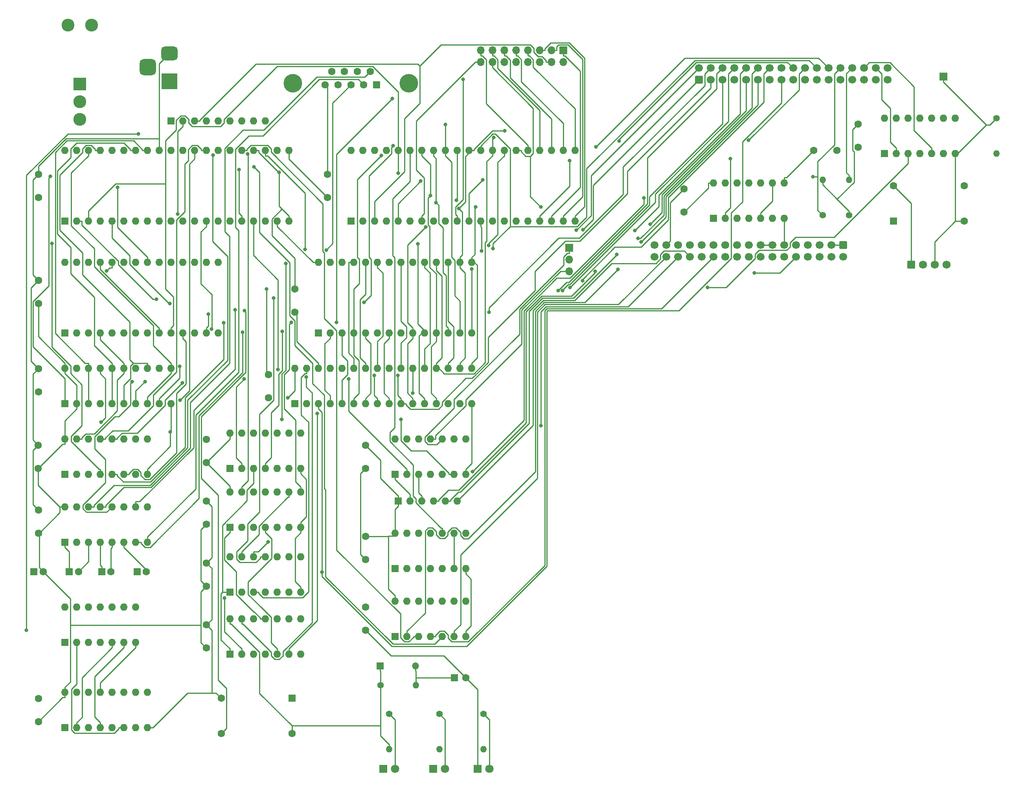
<source format=gbr>
%TF.GenerationSoftware,KiCad,Pcbnew,(6.0.6)*%
%TF.CreationDate,2022-10-29T21:57:17+02:00*%
%TF.ProjectId,SF-7017,53462d37-3031-4372-9e6b-696361645f70,rev?*%
%TF.SameCoordinates,Original*%
%TF.FileFunction,Copper,L2,Bot*%
%TF.FilePolarity,Positive*%
%FSLAX46Y46*%
G04 Gerber Fmt 4.6, Leading zero omitted, Abs format (unit mm)*
G04 Created by KiCad (PCBNEW (6.0.6)) date 2022-10-29 21:57:17*
%MOMM*%
%LPD*%
G01*
G04 APERTURE LIST*
G04 Aperture macros list*
%AMRoundRect*
0 Rectangle with rounded corners*
0 $1 Rounding radius*
0 $2 $3 $4 $5 $6 $7 $8 $9 X,Y pos of 4 corners*
0 Add a 4 corners polygon primitive as box body*
4,1,4,$2,$3,$4,$5,$6,$7,$8,$9,$2,$3,0*
0 Add four circle primitives for the rounded corners*
1,1,$1+$1,$2,$3*
1,1,$1+$1,$4,$5*
1,1,$1+$1,$6,$7*
1,1,$1+$1,$8,$9*
0 Add four rect primitives between the rounded corners*
20,1,$1+$1,$2,$3,$4,$5,0*
20,1,$1+$1,$4,$5,$6,$7,0*
20,1,$1+$1,$6,$7,$8,$9,0*
20,1,$1+$1,$8,$9,$2,$3,0*%
G04 Aperture macros list end*
%TA.AperFunction,ComponentPad*%
%ADD10C,1.600000*%
%TD*%
%TA.AperFunction,ComponentPad*%
%ADD11R,1.600000X1.600000*%
%TD*%
%TA.AperFunction,ComponentPad*%
%ADD12O,1.600000X1.600000*%
%TD*%
%TA.AperFunction,ComponentPad*%
%ADD13RoundRect,0.250000X0.600000X-0.600000X0.600000X0.600000X-0.600000X0.600000X-0.600000X-0.600000X0*%
%TD*%
%TA.AperFunction,ComponentPad*%
%ADD14C,1.700000*%
%TD*%
%TA.AperFunction,ComponentPad*%
%ADD15R,1.700000X1.700000*%
%TD*%
%TA.AperFunction,ComponentPad*%
%ADD16O,1.700000X1.700000*%
%TD*%
%TA.AperFunction,ComponentPad*%
%ADD17R,2.775000X2.775000*%
%TD*%
%TA.AperFunction,ComponentPad*%
%ADD18C,2.775000*%
%TD*%
%TA.AperFunction,ComponentPad*%
%ADD19C,1.400000*%
%TD*%
%TA.AperFunction,ComponentPad*%
%ADD20O,1.400000X1.400000*%
%TD*%
%TA.AperFunction,ComponentPad*%
%ADD21R,1.800000X1.800000*%
%TD*%
%TA.AperFunction,ComponentPad*%
%ADD22C,1.800000*%
%TD*%
%TA.AperFunction,ComponentPad*%
%ADD23RoundRect,0.250000X-0.620000X-0.620000X0.620000X-0.620000X0.620000X0.620000X-0.620000X0.620000X0*%
%TD*%
%TA.AperFunction,ComponentPad*%
%ADD24C,1.740000*%
%TD*%
%TA.AperFunction,ComponentPad*%
%ADD25R,1.500000X1.500000*%
%TD*%
%TA.AperFunction,ComponentPad*%
%ADD26O,1.500000X1.500000*%
%TD*%
%TA.AperFunction,ComponentPad*%
%ADD27R,3.500000X3.500000*%
%TD*%
%TA.AperFunction,ComponentPad*%
%ADD28RoundRect,0.750000X-1.000000X0.750000X-1.000000X-0.750000X1.000000X-0.750000X1.000000X0.750000X0*%
%TD*%
%TA.AperFunction,ComponentPad*%
%ADD29RoundRect,0.875000X-0.875000X0.875000X-0.875000X-0.875000X0.875000X-0.875000X0.875000X0.875000X0*%
%TD*%
%TA.AperFunction,ComponentPad*%
%ADD30RoundRect,0.250000X-0.600000X0.600000X-0.600000X-0.600000X0.600000X-0.600000X0.600000X0.600000X0*%
%TD*%
%TA.AperFunction,ComponentPad*%
%ADD31C,4.000000*%
%TD*%
%TA.AperFunction,ViaPad*%
%ADD32C,0.800000*%
%TD*%
%TA.AperFunction,Conductor*%
%ADD33C,0.250000*%
%TD*%
G04 APERTURE END LIST*
D10*
%TO.P,C3,1*%
%TO.N,+5V*%
X109855000Y-126405000D03*
%TO.P,C3,2*%
%TO.N,GND*%
X109855000Y-131405000D03*
%TD*%
%TO.P,C22,1*%
%TO.N,+5V*%
X178435000Y-56475000D03*
%TO.P,C22,2*%
%TO.N,GND*%
X178435000Y-51475000D03*
%TD*%
D11*
%TO.P,IC17,1*%
%TO.N,Net-(IC17-Pad1)*%
X80640000Y-111750000D03*
D12*
%TO.P,IC17,2*%
%TO.N,~{RAM_OE}*%
X83180000Y-111750000D03*
%TO.P,IC17,3*%
%TO.N,Net-(IC14-Pad1)*%
X85720000Y-111750000D03*
%TO.P,IC17,4*%
%TO.N,~{ROM_CE}*%
X88260000Y-111750000D03*
%TO.P,IC17,5*%
%TO.N,N/C*%
X90800000Y-111750000D03*
%TO.P,IC17,6*%
X93340000Y-111750000D03*
%TO.P,IC17,7,GND*%
%TO.N,GND*%
X95880000Y-111750000D03*
%TO.P,IC17,8*%
%TO.N,Net-(IC17-Pad1)*%
X95880000Y-104130000D03*
%TO.P,IC17,9*%
%TO.N,Net-(IC17-Pad10)*%
X93340000Y-104130000D03*
%TO.P,IC17,10*%
X90800000Y-104130000D03*
%TO.P,IC17,11*%
%TO.N,Net-(IC17-Pad11)*%
X88260000Y-104130000D03*
%TO.P,IC17,12*%
X85720000Y-104130000D03*
%TO.P,IC17,13*%
%TO.N,~{RAM_CE1}*%
X83180000Y-104130000D03*
%TO.P,IC17,14,VCC*%
%TO.N,+5V*%
X80640000Y-104130000D03*
%TD*%
D11*
%TO.P,IC20,1*%
%TO.N,RXD*%
X116200000Y-133340000D03*
D12*
%TO.P,IC20,2*%
%TO.N,Net-(IC20-Pad2)*%
X118740000Y-133340000D03*
%TO.P,IC20,3*%
X121280000Y-133340000D03*
%TO.P,IC20,4*%
%TO.N,Net-(D2-Pad1)*%
X123820000Y-133340000D03*
%TO.P,IC20,5*%
%TO.N,TXD*%
X126360000Y-133340000D03*
%TO.P,IC20,6*%
%TO.N,Net-(IC20-Pad6)*%
X128900000Y-133340000D03*
%TO.P,IC20,7,GND*%
%TO.N,GND*%
X131440000Y-133340000D03*
%TO.P,IC20,8*%
%TO.N,Net-(D3-Pad1)*%
X131440000Y-125720000D03*
%TO.P,IC20,9*%
%TO.N,Net-(IC20-Pad6)*%
X128900000Y-125720000D03*
%TO.P,IC20,10*%
%TO.N,Reset55*%
X126360000Y-125720000D03*
%TO.P,IC20,11*%
%TO.N,Net-(C21-Pad1)*%
X123820000Y-125720000D03*
%TO.P,IC20,12*%
%TO.N,N/C*%
X121280000Y-125720000D03*
%TO.P,IC20,13*%
X118740000Y-125720000D03*
%TO.P,IC20,14,VCC*%
%TO.N,+5V*%
X116200000Y-125720000D03*
%TD*%
D11*
%TO.P,IC26,1*%
%TO.N,~{MREQ1}*%
X221610000Y-43805000D03*
D12*
%TO.P,IC26,2*%
%TO.N,~{MEMW}*%
X224150000Y-43805000D03*
%TO.P,IC26,3*%
%TO.N,~{MEMW1}*%
X226690000Y-43805000D03*
%TO.P,IC26,4*%
%TO.N,~{MREQ1}*%
X229230000Y-43805000D03*
%TO.P,IC26,5*%
%TO.N,~{MEMR}*%
X231770000Y-43805000D03*
%TO.P,IC26,6*%
%TO.N,~{MEMR1}*%
X234310000Y-43805000D03*
%TO.P,IC26,7,GND*%
%TO.N,GND*%
X236850000Y-43805000D03*
%TO.P,IC26,8*%
%TO.N,RESET*%
X236850000Y-36185000D03*
%TO.P,IC26,9*%
%TO.N,Reset55*%
X234310000Y-36185000D03*
%TO.P,IC26,10*%
%TO.N,RSTCT*%
X231770000Y-36185000D03*
%TO.P,IC26,11*%
%TO.N,N/C*%
X229230000Y-36185000D03*
%TO.P,IC26,12*%
X226690000Y-36185000D03*
%TO.P,IC26,13*%
X224150000Y-36185000D03*
%TO.P,IC26,14,VCC*%
%TO.N,+5V*%
X221610000Y-36185000D03*
%TD*%
D13*
%TO.P,J1,1,Pin_1*%
%TO.N,A0*%
X181610000Y-27922500D03*
D14*
%TO.P,J1,2,Pin_2*%
%TO.N,A1*%
X181610000Y-25382500D03*
%TO.P,J1,3,Pin_3*%
%TO.N,A2*%
X184150000Y-27922500D03*
%TO.P,J1,4,Pin_4*%
%TO.N,A3*%
X184150000Y-25382500D03*
%TO.P,J1,5,Pin_5*%
%TO.N,A4*%
X186690000Y-27922500D03*
%TO.P,J1,6,Pin_6*%
%TO.N,A5*%
X186690000Y-25382500D03*
%TO.P,J1,7,Pin_7*%
%TO.N,A6*%
X189230000Y-27922500D03*
%TO.P,J1,8,Pin_8*%
%TO.N,A7*%
X189230000Y-25382500D03*
%TO.P,J1,9,Pin_9*%
%TO.N,A8*%
X191770000Y-27922500D03*
%TO.P,J1,10,Pin_10*%
%TO.N,A9*%
X191770000Y-25382500D03*
%TO.P,J1,11,Pin_11*%
%TO.N,A10*%
X194310000Y-27922500D03*
%TO.P,J1,12,Pin_12*%
%TO.N,A11*%
X194310000Y-25382500D03*
%TO.P,J1,13,Pin_13*%
%TO.N,A12*%
X196850000Y-27922500D03*
%TO.P,J1,14,Pin_14*%
%TO.N,A13*%
X196850000Y-25382500D03*
%TO.P,J1,15,Pin_15*%
%TO.N,A14*%
X199390000Y-27922500D03*
%TO.P,J1,16,Pin_16*%
%TO.N,A15*%
X199390000Y-25382500D03*
%TO.P,J1,17,Pin_17*%
%TO.N,D0*%
X201930000Y-27922500D03*
%TO.P,J1,18,Pin_18*%
%TO.N,D1*%
X201930000Y-25382500D03*
%TO.P,J1,19,Pin_19*%
%TO.N,D2*%
X204470000Y-27922500D03*
%TO.P,J1,20,Pin_20*%
%TO.N,D3*%
X204470000Y-25382500D03*
%TO.P,J1,21,Pin_21*%
%TO.N,D4*%
X207010000Y-27922500D03*
%TO.P,J1,22,Pin_22*%
%TO.N,D5*%
X207010000Y-25382500D03*
%TO.P,J1,23,Pin_23*%
%TO.N,D6*%
X209550000Y-27922500D03*
%TO.P,J1,24,Pin_24*%
%TO.N,D7*%
X209550000Y-25382500D03*
%TO.P,J1,25,Pin_25*%
%TO.N,unconnected-(J1-Pad25)*%
X212090000Y-27922500D03*
%TO.P,J1,26,Pin_26*%
%TO.N,~{IOR}*%
X212090000Y-25382500D03*
%TO.P,J1,27,Pin_27*%
%TO.N,unconnected-(J1-Pad27)*%
X214630000Y-27922500D03*
%TO.P,J1,28,Pin_28*%
%TO.N,~{IOW}*%
X214630000Y-25382500D03*
%TO.P,J1,29,Pin_29*%
%TO.N,unconnected-(J1-Pad29)*%
X217170000Y-27922500D03*
%TO.P,J1,30,Pin_30*%
%TO.N,~{MEMR}*%
X217170000Y-25382500D03*
%TO.P,J1,31,Pin_31*%
%TO.N,unconnected-(J1-Pad31)*%
X219710000Y-27922500D03*
%TO.P,J1,32,Pin_32*%
%TO.N,~{MEMW}*%
X219710000Y-25382500D03*
%TO.P,J1,33,Pin_33*%
%TO.N,unconnected-(J1-Pad33)*%
X222250000Y-27922500D03*
%TO.P,J1,34,Pin_34*%
%TO.N,~{MREQ}*%
X222250000Y-25382500D03*
%TD*%
D11*
%TO.P,IC15,1*%
%TO.N,Net-(IC14-Pad1)*%
X80640000Y-138420000D03*
D12*
%TO.P,IC15,2*%
%TO.N,A14*%
X83180000Y-138420000D03*
%TO.P,IC15,3*%
%TO.N,A15*%
X85720000Y-138420000D03*
%TO.P,IC15,4*%
%TO.N,N/C*%
X88260000Y-138420000D03*
%TO.P,IC15,5*%
X90800000Y-138420000D03*
%TO.P,IC15,6*%
X93340000Y-138420000D03*
%TO.P,IC15,7,GND*%
%TO.N,GND*%
X95880000Y-138420000D03*
%TO.P,IC15,8*%
%TO.N,N/C*%
X95880000Y-130800000D03*
%TO.P,IC15,9*%
X93340000Y-130800000D03*
%TO.P,IC15,10*%
X90800000Y-130800000D03*
%TO.P,IC15,11*%
%TO.N,~{ROMSEL}*%
X88260000Y-130800000D03*
%TO.P,IC15,12*%
%TO.N,~{MEMR1}*%
X85720000Y-130800000D03*
%TO.P,IC15,13*%
%TO.N,Net-(IC14-Pad2)*%
X83180000Y-130800000D03*
%TO.P,IC15,14,VCC*%
%TO.N,+5V*%
X80640000Y-130800000D03*
%TD*%
D15*
%TO.P,J6,1,Pin_1*%
%TO.N,fREADY*%
X153670000Y-64135000D03*
D16*
%TO.P,J6,2,Pin_2*%
%TO.N,READY*%
X153670000Y-66675000D03*
%TO.P,J6,3,Pin_3*%
%TO.N,~{fREADY}*%
X153670000Y-69215000D03*
%TD*%
D10*
%TO.P,C7,1*%
%TO.N,+5V*%
X39370000Y-166330000D03*
%TO.P,C7,2*%
%TO.N,GND*%
X39370000Y-161330000D03*
%TD*%
%TO.P,C1,1*%
%TO.N,+5V*%
X215900000Y-37505000D03*
%TO.P,C1,2*%
%TO.N,GND*%
X215900000Y-42505000D03*
%TD*%
D17*
%TO.P,SW1,1,A*%
%TO.N,unconnected-(SW1-Pad1)*%
X48260000Y-28840000D03*
D18*
%TO.P,SW1,2,B*%
%TO.N,Net-(J9-Pad1)*%
X48260000Y-32650000D03*
%TO.P,SW1,3,C*%
%TO.N,+5V*%
X48260000Y-36460000D03*
%TO.P,SW1,S1*%
%TO.N,N/C*%
X50800000Y-16140000D03*
%TO.P,SW1,S2*%
X45720000Y-16140000D03*
%TD*%
D10*
%TO.P,C19,1*%
%TO.N,+5V*%
X75565000Y-123785000D03*
%TO.P,C19,2*%
%TO.N,GND*%
X75565000Y-118785000D03*
%TD*%
D11*
%TO.P,IC38,1,Q11*%
%TO.N,unconnected-(IC38-Pad1)*%
X45100000Y-167630000D03*
D12*
%TO.P,IC38,2,Q5*%
%TO.N,Net-(IC38-Pad2)*%
X47640000Y-167630000D03*
%TO.P,IC38,3,Q4*%
%TO.N,Net-(IC38-Pad3)*%
X50180000Y-167630000D03*
%TO.P,IC38,4,Q6*%
%TO.N,Net-(IC38-Pad4)*%
X52720000Y-167630000D03*
%TO.P,IC38,5,Q3*%
%TO.N,Net-(IC38-Pad5)*%
X55260000Y-167630000D03*
%TO.P,IC38,6,Q2*%
%TO.N,Net-(IC38-Pad6)*%
X57800000Y-167630000D03*
%TO.P,IC38,7,Q1*%
%TO.N,Net-(IC38-Pad7)*%
X60340000Y-167630000D03*
%TO.P,IC38,8,VSS*%
%TO.N,GND*%
X62880000Y-167630000D03*
%TO.P,IC38,9,Q0*%
%TO.N,unconnected-(IC38-Pad9)*%
X62880000Y-160010000D03*
%TO.P,IC38,10,CLK*%
%TO.N,USARTCLK*%
X60340000Y-160010000D03*
%TO.P,IC38,11,Reset*%
%TO.N,GND*%
X57800000Y-160010000D03*
%TO.P,IC38,12,Q8*%
%TO.N,unconnected-(IC38-Pad12)*%
X55260000Y-160010000D03*
%TO.P,IC38,13,Q7*%
%TO.N,Net-(IC38-Pad13)*%
X52720000Y-160010000D03*
%TO.P,IC38,14,Q9*%
%TO.N,unconnected-(IC38-Pad14)*%
X50180000Y-160010000D03*
%TO.P,IC38,15,Q10*%
%TO.N,unconnected-(IC38-Pad15)*%
X47640000Y-160010000D03*
%TO.P,IC38,16,VDD*%
%TO.N,+5V*%
X45100000Y-160010000D03*
%TD*%
D11*
%TO.P,RN2,1,common*%
%TO.N,+5V*%
X116840000Y-118745000D03*
D12*
%TO.P,RN2,2,R1*%
%TO.N,~{INDEX}*%
X119380000Y-118745000D03*
%TO.P,RN2,3,R2*%
%TO.N,~{RDATA}*%
X121920000Y-118745000D03*
%TO.P,RN2,4,R3*%
%TO.N,~{TRK0}*%
X124460000Y-118745000D03*
%TO.P,RN2,5,R4*%
%TO.N,READY*%
X127000000Y-118745000D03*
%TO.P,RN2,6,R5*%
%TO.N,~{WRTPRO}*%
X129540000Y-118745000D03*
%TD*%
D19*
%TO.P,R7,1*%
%TO.N,+5V*%
X113030000Y-158505000D03*
D20*
%TO.P,R7,2*%
%TO.N,Net-(C21-Pad1)*%
X120650000Y-158505000D03*
%TD*%
D11*
%TO.P,IC21,1*%
%TO.N,~{IOW}*%
X184780000Y-57775000D03*
D12*
%TO.P,IC21,2*%
%TO.N,~{MEMW}*%
X187320000Y-57775000D03*
%TO.P,IC21,3*%
%TO.N,Net-(IC21-Pad3)*%
X189860000Y-57775000D03*
%TO.P,IC21,4*%
X192400000Y-57775000D03*
%TO.P,IC21,5*%
%TO.N,~{MREQ1}*%
X194940000Y-57775000D03*
%TO.P,IC21,6*%
%TO.N,~{IOWR}*%
X197480000Y-57775000D03*
%TO.P,IC21,7,GND*%
%TO.N,GND*%
X200020000Y-57775000D03*
%TO.P,IC21,8*%
%TO.N,~{IORD}*%
X200020000Y-50155000D03*
%TO.P,IC21,9*%
%TO.N,~{MREQ1}*%
X197480000Y-50155000D03*
%TO.P,IC21,10*%
%TO.N,Net-(IC21-Pad10)*%
X194940000Y-50155000D03*
%TO.P,IC21,11*%
X192400000Y-50155000D03*
%TO.P,IC21,12*%
%TO.N,~{MEMR}*%
X189860000Y-50155000D03*
%TO.P,IC21,13*%
%TO.N,~{IOR}*%
X187320000Y-50155000D03*
%TO.P,IC21,14,VCC*%
%TO.N,+5V*%
X184780000Y-50155000D03*
%TD*%
D11*
%TO.P,IC14,1*%
%TO.N,Net-(IC14-Pad1)*%
X80640000Y-151755000D03*
D12*
%TO.P,IC14,2*%
%TO.N,Net-(IC14-Pad2)*%
X83180000Y-151755000D03*
%TO.P,IC14,3*%
%TO.N,Net-(IC14-Pad3)*%
X85720000Y-151755000D03*
%TO.P,IC14,4*%
X88260000Y-151755000D03*
%TO.P,IC14,5*%
%TO.N,Net-(IC14-Pad5)*%
X90800000Y-151755000D03*
%TO.P,IC14,6*%
%TO.N,~{RAM_CE1}*%
X93340000Y-151755000D03*
%TO.P,IC14,7,GND*%
%TO.N,GND*%
X95880000Y-151755000D03*
%TO.P,IC14,8*%
%TO.N,N/C*%
X95880000Y-144135000D03*
%TO.P,IC14,9*%
X93340000Y-144135000D03*
%TO.P,IC14,10*%
X90800000Y-144135000D03*
%TO.P,IC14,11*%
%TO.N,Net-(IC14-Pad11)*%
X88260000Y-144135000D03*
%TO.P,IC14,12*%
%TO.N,~{MEMR1}*%
X85720000Y-144135000D03*
%TO.P,IC14,13*%
%TO.N,~{MEMW1}*%
X83180000Y-144135000D03*
%TO.P,IC14,14,VCC*%
%TO.N,+5V*%
X80640000Y-144135000D03*
%TD*%
D10*
%TO.P,C15,1*%
%TO.N,~{IORD}*%
X206375000Y-43180000D03*
%TO.P,C15,2*%
%TO.N,GND*%
X211375000Y-43180000D03*
%TD*%
D11*
%TO.P,IC18,1*%
%TO.N,~{INDEX}*%
X116200000Y-113020000D03*
D12*
%TO.P,IC18,2*%
%TO.N,INDEX*%
X118740000Y-113020000D03*
%TO.P,IC18,3*%
%TO.N,~{RDATA}*%
X121280000Y-113020000D03*
%TO.P,IC18,4*%
%TO.N,Net-(IC18-Pad4)*%
X123820000Y-113020000D03*
%TO.P,IC18,5*%
X126360000Y-113020000D03*
%TO.P,IC18,6*%
%TO.N,~{DSKD}*%
X128900000Y-113020000D03*
%TO.P,IC18,7,GND*%
%TO.N,GND*%
X131440000Y-113020000D03*
%TO.P,IC18,8*%
%TO.N,RW{slash}~{SEEK}*%
X131440000Y-105400000D03*
%TO.P,IC18,9*%
%TO.N,~{RW}{slash}SEEK*%
X128900000Y-105400000D03*
%TO.P,IC18,10*%
%TO.N,fREADY*%
X126360000Y-105400000D03*
%TO.P,IC18,11*%
%TO.N,~{fREADY}*%
X123820000Y-105400000D03*
%TO.P,IC18,12*%
%TO.N,N/C*%
X121280000Y-105400000D03*
%TO.P,IC18,13*%
X118740000Y-105400000D03*
%TO.P,IC18,14,VCC*%
%TO.N,+5V*%
X116200000Y-105400000D03*
%TD*%
D21*
%TO.P,D3,1,K*%
%TO.N,Net-(D3-Pad1)*%
X113665000Y-176530000D03*
D22*
%TO.P,D3,2,A*%
%TO.N,Net-(D3-Pad2)*%
X116205000Y-176530000D03*
%TD*%
D10*
%TO.P,C23,1*%
%TO.N,+5V*%
X75565000Y-150455000D03*
%TO.P,C23,2*%
%TO.N,GND*%
X75565000Y-145455000D03*
%TD*%
%TO.P,C12,1*%
%TO.N,+5V*%
X101600000Y-53300000D03*
%TO.P,C12,2*%
%TO.N,GND*%
X101600000Y-48300000D03*
%TD*%
D11*
%TO.P,IC6,1*%
%TO.N,WDATA*%
X116200000Y-147945000D03*
D12*
%TO.P,IC6,2*%
%TO.N,~{WDATA}*%
X118740000Y-147945000D03*
%TO.P,IC6,3*%
%TO.N,WGATE*%
X121280000Y-147945000D03*
%TO.P,IC6,4*%
%TO.N,~{WGATE}*%
X123820000Y-147945000D03*
%TO.P,IC6,5*%
%TO.N,SIDE*%
X126360000Y-147945000D03*
%TO.P,IC6,6*%
%TO.N,~{SIDE}*%
X128900000Y-147945000D03*
%TO.P,IC6,7,GND*%
%TO.N,GND*%
X131440000Y-147945000D03*
%TO.P,IC6,8*%
%TO.N,N/C*%
X131440000Y-140325000D03*
%TO.P,IC6,9*%
X128900000Y-140325000D03*
%TO.P,IC6,10*%
X126360000Y-140325000D03*
%TO.P,IC6,11*%
X123820000Y-140325000D03*
%TO.P,IC6,12*%
X121280000Y-140325000D03*
%TO.P,IC6,13*%
X118740000Y-140325000D03*
%TO.P,IC6,14,VCC*%
%TO.N,+5V*%
X116200000Y-140325000D03*
%TD*%
D10*
%TO.P,C11,1*%
%TO.N,+5V*%
X39370000Y-53300000D03*
%TO.P,C11,2*%
%TO.N,GND*%
X39370000Y-48300000D03*
%TD*%
D11*
%TO.P,X2,1,NC*%
%TO.N,unconnected-(X2-Pad1)*%
X93980000Y-161290000D03*
D10*
%TO.P,X2,7,GND*%
%TO.N,GND*%
X78740000Y-161290000D03*
%TO.P,X2,8,OUT*%
%TO.N,USARTCLK*%
X78740000Y-168910000D03*
%TO.P,X2,14,Vcc*%
%TO.N,+5V*%
X93980000Y-168910000D03*
%TD*%
%TO.P,C5,1*%
%TO.N,+5V*%
X109855000Y-106720000D03*
%TO.P,C5,2*%
%TO.N,GND*%
X109855000Y-111720000D03*
%TD*%
D11*
%TO.P,IC5,1,n.c.*%
%TO.N,unconnected-(IC5-Pad1)*%
X94615000Y-97770000D03*
D12*
%TO.P,IC5,2,n.c.*%
%TO.N,unconnected-(IC5-Pad2)*%
X97155000Y-97770000D03*
%TO.P,IC5,3,A14*%
%TO.N,A14*%
X99695000Y-97770000D03*
%TO.P,IC5,4,A12*%
%TO.N,A12*%
X102235000Y-97770000D03*
%TO.P,IC5,5,A7*%
%TO.N,A7*%
X104775000Y-97770000D03*
%TO.P,IC5,6,A6*%
%TO.N,A6*%
X107315000Y-97770000D03*
%TO.P,IC5,7,A5*%
%TO.N,A5*%
X109855000Y-97770000D03*
%TO.P,IC5,8,A4*%
%TO.N,A4*%
X112395000Y-97770000D03*
%TO.P,IC5,9,A3*%
%TO.N,A3*%
X114935000Y-97770000D03*
%TO.P,IC5,10,A2*%
%TO.N,A2*%
X117475000Y-97770000D03*
%TO.P,IC5,11,A1*%
%TO.N,A1*%
X120015000Y-97770000D03*
%TO.P,IC5,12,A0*%
%TO.N,A0*%
X122555000Y-97770000D03*
%TO.P,IC5,13,I/O0*%
%TO.N,D0*%
X125095000Y-97770000D03*
%TO.P,IC5,14,I/O1*%
%TO.N,D1*%
X127635000Y-97770000D03*
%TO.P,IC5,15,I/O2*%
%TO.N,D2*%
X130175000Y-97770000D03*
%TO.P,IC5,16,GND*%
%TO.N,GND*%
X132715000Y-97770000D03*
%TO.P,IC5,17,I/O3*%
%TO.N,D3*%
X132715000Y-90150000D03*
%TO.P,IC5,18,I/O4*%
%TO.N,D4*%
X130175000Y-90150000D03*
%TO.P,IC5,19,I/O5*%
%TO.N,D5*%
X127635000Y-90150000D03*
%TO.P,IC5,20,I/O6*%
%TO.N,D6*%
X125095000Y-90150000D03*
%TO.P,IC5,21,I/O7*%
%TO.N,D7*%
X122555000Y-90150000D03*
%TO.P,IC5,22,~{CE1}*%
%TO.N,~{RAM_CE1}*%
X120015000Y-90150000D03*
%TO.P,IC5,23,A10*%
%TO.N,A10*%
X117475000Y-90150000D03*
%TO.P,IC5,24,~{OE}*%
%TO.N,~{RAM_OE}*%
X114935000Y-90150000D03*
%TO.P,IC5,25,A11*%
%TO.N,A11*%
X112395000Y-90150000D03*
%TO.P,IC5,26,A9*%
%TO.N,A9*%
X109855000Y-90150000D03*
%TO.P,IC5,27,A8*%
%TO.N,A8*%
X107315000Y-90150000D03*
%TO.P,IC5,28,A13*%
%TO.N,A13*%
X104775000Y-90150000D03*
%TO.P,IC5,29,~{WE}*%
%TO.N,~{MEMW1}*%
X102235000Y-90150000D03*
%TO.P,IC5,30,CE2*%
%TO.N,+5V*%
X99695000Y-90150000D03*
%TO.P,IC5,31,A15*%
%TO.N,A15*%
X97155000Y-90150000D03*
%TO.P,IC5,32,VDD*%
%TO.N,+5V*%
X94615000Y-90150000D03*
%TD*%
D21*
%TO.P,D2,1,K*%
%TO.N,Net-(D2-Pad1)*%
X124455000Y-176530000D03*
D22*
%TO.P,D2,2,A*%
%TO.N,Net-(D2-Pad2)*%
X126995000Y-176530000D03*
%TD*%
D19*
%TO.P,R1,1*%
%TO.N,GND*%
X245745000Y-36195000D03*
D20*
%TO.P,R1,2*%
%TO.N,~{ROMSEL}*%
X245745000Y-43815000D03*
%TD*%
D23*
%TO.P,J10,1,Pin_1*%
%TO.N,+5V*%
X227330000Y-67830000D03*
D24*
%TO.P,J10,2,Pin_2*%
%TO.N,GND*%
X229870000Y-67830000D03*
%TO.P,J10,3,Pin_3*%
X232410000Y-67830000D03*
%TO.P,J10,4,Pin_4*%
%TO.N,unconnected-(J10-Pad4)*%
X234950000Y-67830000D03*
%TD*%
D11*
%TO.P,C16,1*%
%TO.N,GND*%
X60639900Y-133985000D03*
D10*
%TO.P,C16,2*%
%TO.N,Net-(C16-Pad2)*%
X62639900Y-133985000D03*
%TD*%
D25*
%TO.P,D4,1,K*%
%TO.N,+5V*%
X113025000Y-154305000D03*
D26*
%TO.P,D4,2,A*%
%TO.N,Net-(C21-Pad1)*%
X120645000Y-154305000D03*
%TD*%
D10*
%TO.P,C4,1*%
%TO.N,+5V*%
X88900000Y-96480000D03*
%TO.P,C4,2*%
%TO.N,GND*%
X88900000Y-91480000D03*
%TD*%
D15*
%TO.P,J11,1,Pin_1*%
%TO.N,GND*%
X234315000Y-27235000D03*
%TD*%
D10*
%TO.P,C10,1*%
%TO.N,+5V*%
X39370000Y-125690000D03*
%TO.P,C10,2*%
%TO.N,GND*%
X39370000Y-120690000D03*
%TD*%
%TO.P,C6,1*%
%TO.N,+5V*%
X94615000Y-78065000D03*
%TO.P,C6,2*%
%TO.N,GND*%
X94615000Y-73065000D03*
%TD*%
D11*
%TO.P,IC13,1,VPP*%
%TO.N,unconnected-(IC13-Pad1)*%
X99705000Y-82555000D03*
D12*
%TO.P,IC13,2,A12*%
%TO.N,A12*%
X102245000Y-82555000D03*
%TO.P,IC13,3,A7*%
%TO.N,A7*%
X104785000Y-82555000D03*
%TO.P,IC13,4,A6*%
%TO.N,A6*%
X107325000Y-82555000D03*
%TO.P,IC13,5,A5*%
%TO.N,A5*%
X109865000Y-82555000D03*
%TO.P,IC13,6,A4*%
%TO.N,A4*%
X112405000Y-82555000D03*
%TO.P,IC13,7,A3*%
%TO.N,A3*%
X114945000Y-82555000D03*
%TO.P,IC13,8,A2*%
%TO.N,A2*%
X117485000Y-82555000D03*
%TO.P,IC13,9,A1*%
%TO.N,A1*%
X120025000Y-82555000D03*
%TO.P,IC13,10,A0*%
%TO.N,A0*%
X122565000Y-82555000D03*
%TO.P,IC13,11,D0*%
%TO.N,D0*%
X125105000Y-82555000D03*
%TO.P,IC13,12,D1*%
%TO.N,D1*%
X127645000Y-82555000D03*
%TO.P,IC13,13,D2*%
%TO.N,D2*%
X130185000Y-82555000D03*
%TO.P,IC13,14,GND*%
%TO.N,GND*%
X132725000Y-82555000D03*
%TO.P,IC13,15,D3*%
%TO.N,D3*%
X132725000Y-67315000D03*
%TO.P,IC13,16,D4*%
%TO.N,D4*%
X130185000Y-67315000D03*
%TO.P,IC13,17,D5*%
%TO.N,D5*%
X127645000Y-67315000D03*
%TO.P,IC13,18,D6*%
%TO.N,D6*%
X125105000Y-67315000D03*
%TO.P,IC13,19,D7*%
%TO.N,D7*%
X122565000Y-67315000D03*
%TO.P,IC13,20,~{CE}*%
%TO.N,~{ROM_CE}*%
X120025000Y-67315000D03*
%TO.P,IC13,21,A10*%
%TO.N,A10*%
X117485000Y-67315000D03*
%TO.P,IC13,22,~{OE}*%
%TO.N,~{ROM_OE}*%
X114945000Y-67315000D03*
%TO.P,IC13,23,A11*%
%TO.N,A11*%
X112405000Y-67315000D03*
%TO.P,IC13,24,A9*%
%TO.N,A9*%
X109865000Y-67315000D03*
%TO.P,IC13,25,A8*%
%TO.N,A8*%
X107325000Y-67315000D03*
%TO.P,IC13,26,NC*%
%TO.N,unconnected-(IC13-Pad26)*%
X104785000Y-67315000D03*
%TO.P,IC13,27,~{PGM}*%
%TO.N,+5V*%
X102245000Y-67315000D03*
%TO.P,IC13,28,VCC*%
X99705000Y-67315000D03*
%TD*%
D19*
%TO.P,R4,1*%
%TO.N,Net-(D3-Pad2)*%
X114935000Y-164690000D03*
D20*
%TO.P,R4,2*%
%TO.N,+5V*%
X114935000Y-172310000D03*
%TD*%
D10*
%TO.P,C8,1*%
%TO.N,+5V*%
X39370000Y-95210000D03*
%TO.P,C8,2*%
%TO.N,GND*%
X39370000Y-90210000D03*
%TD*%
D11*
%TO.P,RN1,1,common*%
%TO.N,+5V*%
X67945000Y-36830000D03*
D12*
%TO.P,RN1,2,R1*%
%TO.N,~{DACK}*%
X70485000Y-36830000D03*
%TO.P,RN1,3,R2*%
%TO.N,BUSY*%
X73025000Y-36830000D03*
%TO.P,RN1,4,R3*%
%TO.N,~{STROBE}*%
X75565000Y-36830000D03*
%TO.P,RN1,5,R4*%
%TO.N,unconnected-(RN1-Pad5)*%
X78105000Y-36830000D03*
%TO.P,RN1,6,R5*%
%TO.N,RESET*%
X80645000Y-36830000D03*
%TO.P,RN1,7,R6*%
%TO.N,TC*%
X83185000Y-36830000D03*
%TO.P,RN1,8,R7*%
%TO.N,~{MOTOR}*%
X85725000Y-36830000D03*
%TO.P,RN1,9,R8*%
%TO.N,INUSE*%
X88265000Y-36830000D03*
%TD*%
D10*
%TO.P,C20,1*%
%TO.N,+5V*%
X75565000Y-110450000D03*
%TO.P,C20,2*%
%TO.N,GND*%
X75565000Y-105450000D03*
%TD*%
D27*
%TO.P,J9,1*%
%TO.N,Net-(J9-Pad1)*%
X67632500Y-28225000D03*
D28*
%TO.P,J9,2*%
%TO.N,GND*%
X67632500Y-22225000D03*
D29*
%TO.P,J9,3*%
%TO.N,N/C*%
X62932500Y-25225000D03*
%TD*%
D11*
%TO.P,C14,1*%
%TO.N,Net-(C14-Pad1)*%
X53019900Y-133985000D03*
D10*
%TO.P,C14,2*%
%TO.N,Net-(C14-Pad2)*%
X55019900Y-133985000D03*
%TD*%
%TO.P,C18,1*%
%TO.N,+5V*%
X75565000Y-137120000D03*
%TO.P,C18,2*%
%TO.N,GND*%
X75565000Y-132120000D03*
%TD*%
D11*
%TO.P,IC33,1,D2*%
%TO.N,D2*%
X45070000Y-82555000D03*
D12*
%TO.P,IC33,2,D3*%
%TO.N,D3*%
X47610000Y-82555000D03*
%TO.P,IC33,3,RxD*%
%TO.N,RXD*%
X50150000Y-82555000D03*
%TO.P,IC33,4,GND*%
%TO.N,GND*%
X52690000Y-82555000D03*
%TO.P,IC33,5,D4*%
%TO.N,D4*%
X55230000Y-82555000D03*
%TO.P,IC33,6,D5*%
%TO.N,D5*%
X57770000Y-82555000D03*
%TO.P,IC33,7,D6*%
%TO.N,D6*%
X60310000Y-82555000D03*
%TO.P,IC33,8,D7*%
%TO.N,D7*%
X62850000Y-82555000D03*
%TO.P,IC33,9,~{TxC*%
%TO.N,xCLK*%
X65390000Y-82555000D03*
%TO.P,IC33,10,~{WR*%
%TO.N,~{IOWR}*%
X67930000Y-82555000D03*
%TO.P,IC33,11,~{CS*%
%TO.N,~{8251CS}*%
X70470000Y-82555000D03*
%TO.P,IC33,12,C/~{D*%
%TO.N,A0*%
X73010000Y-82555000D03*
%TO.P,IC33,13,~{RD*%
%TO.N,~{IORD}*%
X75550000Y-82555000D03*
%TO.P,IC33,14,RxRDY*%
%TO.N,unconnected-(IC33-Pad14)*%
X78090000Y-82555000D03*
%TO.P,IC33,15,TxRDY*%
%TO.N,unconnected-(IC33-Pad15)*%
X78090000Y-67315000D03*
%TO.P,IC33,16,SYNDET/BD*%
%TO.N,unconnected-(IC33-Pad16)*%
X75550000Y-67315000D03*
%TO.P,IC33,17,~{CTS*%
%TO.N,GND*%
X73010000Y-67315000D03*
%TO.P,IC33,18,TxEMPTY*%
%TO.N,unconnected-(IC33-Pad18)*%
X70470000Y-67315000D03*
%TO.P,IC33,19,TxD*%
%TO.N,TXD*%
X67930000Y-67315000D03*
%TO.P,IC33,20,CLK*%
%TO.N,USARTCLK*%
X65390000Y-67315000D03*
%TO.P,IC33,21,RESET*%
%TO.N,RESET*%
X62850000Y-67315000D03*
%TO.P,IC33,22,~{DSR*%
%TO.N,~{DSR}*%
X60310000Y-67315000D03*
%TO.P,IC33,23,~{RTS*%
%TO.N,unconnected-(IC33-Pad23)*%
X57770000Y-67315000D03*
%TO.P,IC33,24,~{DTR*%
%TO.N,~{DTR}*%
X55230000Y-67315000D03*
%TO.P,IC33,25,~{RxC*%
%TO.N,xCLK*%
X52690000Y-67315000D03*
%TO.P,IC33,26,VCC*%
%TO.N,+5V*%
X50150000Y-67315000D03*
%TO.P,IC33,27,D0*%
%TO.N,D0*%
X47610000Y-67315000D03*
%TO.P,IC33,28,D1*%
%TO.N,D1*%
X45070000Y-67315000D03*
%TD*%
D11*
%TO.P,J4,1,Pin_1*%
%TO.N,Net-(IC38-Pad7)*%
X45105000Y-149215000D03*
D12*
%TO.P,J4,2,Pin_2*%
%TO.N,Net-(IC38-Pad6)*%
X47645000Y-149215000D03*
%TO.P,J4,3,Pin_3*%
%TO.N,Net-(IC38-Pad5)*%
X50185000Y-149215000D03*
%TO.P,J4,4,Pin_4*%
%TO.N,Net-(IC38-Pad3)*%
X52725000Y-149215000D03*
%TO.P,J4,5,Pin_5*%
%TO.N,Net-(IC38-Pad2)*%
X55265000Y-149215000D03*
%TO.P,J4,6,Pin_6*%
%TO.N,Net-(IC38-Pad4)*%
X57805000Y-149215000D03*
%TO.P,J4,7,Pin_7*%
%TO.N,Net-(IC38-Pad13)*%
X60345000Y-149215000D03*
%TO.P,J4,8,Pin_8*%
%TO.N,xCLK*%
X60345000Y-141595000D03*
%TO.P,J4,9,Pin_9*%
X57805000Y-141595000D03*
%TO.P,J4,10,Pin_10*%
X55265000Y-141595000D03*
%TO.P,J4,11,Pin_11*%
X52725000Y-141595000D03*
%TO.P,J4,12,Pin_12*%
X50185000Y-141595000D03*
%TO.P,J4,13,Pin_13*%
X47645000Y-141595000D03*
%TO.P,J4,14,Pin_14*%
X45105000Y-141595000D03*
%TD*%
D10*
%TO.P,C2,1*%
%TO.N,+5V*%
X39365000Y-111720000D03*
%TO.P,C2,2*%
%TO.N,GND*%
X39365000Y-106720000D03*
%TD*%
%TO.P,C17,1*%
%TO.N,+5V*%
X109855000Y-141645000D03*
%TO.P,C17,2*%
%TO.N,GND*%
X109855000Y-146645000D03*
%TD*%
D11*
%TO.P,IC2,1,PA3*%
%TO.N,unconnected-(IC2-Pad1)*%
X106685000Y-58425000D03*
D12*
%TO.P,IC2,2,PA2*%
%TO.N,INDEX*%
X109225000Y-58425000D03*
%TO.P,IC2,3,PA1*%
%TO.N,BUSY*%
X111765000Y-58425000D03*
%TO.P,IC2,4,PA0*%
%TO.N,FDCINT*%
X114305000Y-58425000D03*
%TO.P,IC2,5,~{RD}*%
%TO.N,~{IORD}*%
X116845000Y-58425000D03*
%TO.P,IC2,6,~{CS}*%
%TO.N,~{8255CS}*%
X119385000Y-58425000D03*
%TO.P,IC2,7,GND*%
%TO.N,GND*%
X121925000Y-58425000D03*
%TO.P,IC2,8,A1*%
%TO.N,A1*%
X124465000Y-58425000D03*
%TO.P,IC2,9,A0*%
%TO.N,A0*%
X127005000Y-58425000D03*
%TO.P,IC2,10,PC7*%
%TO.N,~{STROBE}*%
X129545000Y-58425000D03*
%TO.P,IC2,11,PC6*%
%TO.N,~{ROMSEL}*%
X132085000Y-58425000D03*
%TO.P,IC2,12,PC5*%
%TO.N,READY*%
X134625000Y-58425000D03*
%TO.P,IC2,13,PC4*%
%TO.N,unconnected-(IC2-Pad13)*%
X137165000Y-58425000D03*
%TO.P,IC2,14,PC0*%
%TO.N,INUSE*%
X139705000Y-58425000D03*
%TO.P,IC2,15,PC1*%
%TO.N,~{MOTOR}*%
X142245000Y-58425000D03*
%TO.P,IC2,16,PC2*%
%TO.N,TC*%
X144785000Y-58425000D03*
%TO.P,IC2,17,PC3*%
%TO.N,RSTCT*%
X147325000Y-58425000D03*
%TO.P,IC2,18,PB0*%
%TO.N,GPIO0*%
X149865000Y-58425000D03*
%TO.P,IC2,19,PB1*%
%TO.N,GPIO1*%
X152405000Y-58425000D03*
%TO.P,IC2,20,PB2*%
%TO.N,GPIO2*%
X154945000Y-58425000D03*
%TO.P,IC2,21,PB3*%
%TO.N,GPIO3*%
X154945000Y-43185000D03*
%TO.P,IC2,22,PB4*%
%TO.N,GPIO4*%
X152405000Y-43185000D03*
%TO.P,IC2,23,PB5*%
%TO.N,GPIO5*%
X149865000Y-43185000D03*
%TO.P,IC2,24,PB6*%
%TO.N,GPIO6*%
X147325000Y-43185000D03*
%TO.P,IC2,25,PB7*%
%TO.N,GPIO7*%
X144785000Y-43185000D03*
%TO.P,IC2,26,VCC*%
%TO.N,+5V*%
X142245000Y-43185000D03*
%TO.P,IC2,27,D7*%
%TO.N,D7*%
X139705000Y-43185000D03*
%TO.P,IC2,28,D6*%
%TO.N,D6*%
X137165000Y-43185000D03*
%TO.P,IC2,29,D5*%
%TO.N,D5*%
X134625000Y-43185000D03*
%TO.P,IC2,30,D4*%
%TO.N,D4*%
X132085000Y-43185000D03*
%TO.P,IC2,31,D3*%
%TO.N,D3*%
X129545000Y-43185000D03*
%TO.P,IC2,32,D2*%
%TO.N,D2*%
X127005000Y-43185000D03*
%TO.P,IC2,33,D1*%
%TO.N,D1*%
X124465000Y-43185000D03*
%TO.P,IC2,34,D0*%
%TO.N,D0*%
X121925000Y-43185000D03*
%TO.P,IC2,35,RESET*%
%TO.N,Reset55*%
X119385000Y-43185000D03*
%TO.P,IC2,36,~{WR}*%
%TO.N,~{IOWR}*%
X116845000Y-43185000D03*
%TO.P,IC2,37,PA7*%
%TO.N,unconnected-(IC2-Pad37)*%
X114305000Y-43185000D03*
%TO.P,IC2,38,PA6*%
%TO.N,unconnected-(IC2-Pad38)*%
X111765000Y-43185000D03*
%TO.P,IC2,39,PA5*%
%TO.N,unconnected-(IC2-Pad39)*%
X109225000Y-43185000D03*
%TO.P,IC2,40,PA4*%
%TO.N,unconnected-(IC2-Pad40)*%
X106685000Y-43185000D03*
%TD*%
D11*
%TO.P,X1,1,NC*%
%TO.N,unconnected-(X1-Pad1)*%
X223520000Y-58420000D03*
D10*
%TO.P,X1,7,GND*%
%TO.N,GND*%
X238760000Y-58420000D03*
%TO.P,X1,8,OUT*%
%TO.N,FDCCLK*%
X238760000Y-50800000D03*
%TO.P,X1,14,Vcc*%
%TO.N,+5V*%
X223520000Y-50800000D03*
%TD*%
D19*
%TO.P,R3,1*%
%TO.N,Net-(D2-Pad2)*%
X125730000Y-164690000D03*
D20*
%TO.P,R3,2*%
%TO.N,+5V*%
X125730000Y-172310000D03*
%TD*%
D11*
%TO.P,IC22,1,E*%
%TO.N,A4*%
X45075000Y-113020000D03*
D12*
%TO.P,IC22,2,A0*%
%TO.N,A2*%
X47615000Y-113020000D03*
%TO.P,IC22,3,A1*%
%TO.N,A3*%
X50155000Y-113020000D03*
%TO.P,IC22,4,O0*%
%TO.N,~{9266CS}*%
X52695000Y-113020000D03*
%TO.P,IC22,5,O1*%
%TO.N,~{8255CS}*%
X55235000Y-113020000D03*
%TO.P,IC22,6,O2*%
%TO.N,~{8251CS}*%
X57775000Y-113020000D03*
%TO.P,IC22,7,O3*%
%TO.N,unconnected-(IC22-Pad7)*%
X60315000Y-113020000D03*
%TO.P,IC22,8,GND*%
%TO.N,GND*%
X62855000Y-113020000D03*
%TO.P,IC22,9,O3*%
%TO.N,~{DS3}*%
X62855000Y-105400000D03*
%TO.P,IC22,10,O2*%
%TO.N,~{DS2}*%
X60315000Y-105400000D03*
%TO.P,IC22,11,O1*%
%TO.N,~{DS1}*%
X57775000Y-105400000D03*
%TO.P,IC22,12,O0*%
%TO.N,~{DS0}*%
X55235000Y-105400000D03*
%TO.P,IC22,13,A1*%
%TO.N,US1*%
X52695000Y-105400000D03*
%TO.P,IC22,14,A0*%
%TO.N,US0*%
X50155000Y-105400000D03*
%TO.P,IC22,15,E*%
%TO.N,GND*%
X47615000Y-105400000D03*
%TO.P,IC22,16,VCC*%
%TO.N,+5V*%
X45075000Y-105400000D03*
%TD*%
D19*
%TO.P,R2,1*%
%TO.N,Net-(D1-Pad2)*%
X135255000Y-164690000D03*
D20*
%TO.P,R2,2*%
%TO.N,+5V*%
X135255000Y-172310000D03*
%TD*%
D30*
%TO.P,J3,1,Pin_1*%
%TO.N,GND*%
X212725000Y-63517500D03*
D14*
%TO.P,J3,2,Pin_2*%
%TO.N,unconnected-(J3-Pad2)*%
X212725000Y-66057500D03*
%TO.P,J3,3,Pin_3*%
%TO.N,GND*%
X210185000Y-63517500D03*
%TO.P,J3,4,Pin_4*%
%TO.N,INUSE*%
X210185000Y-66057500D03*
%TO.P,J3,5,Pin_5*%
%TO.N,GND*%
X207645000Y-63517500D03*
%TO.P,J3,6,Pin_6*%
%TO.N,~{DS3}*%
X207645000Y-66057500D03*
%TO.P,J3,7,Pin_7*%
%TO.N,GND*%
X205105000Y-63517500D03*
%TO.P,J3,8,Pin_8*%
%TO.N,~{INDEX}*%
X205105000Y-66057500D03*
%TO.P,J3,9,Pin_9*%
%TO.N,GND*%
X202565000Y-63517500D03*
%TO.P,J3,10,Pin_10*%
%TO.N,~{DS0}*%
X202565000Y-66057500D03*
%TO.P,J3,11,Pin_11*%
%TO.N,GND*%
X200025000Y-63517500D03*
%TO.P,J3,12,Pin_12*%
%TO.N,~{DS1}*%
X200025000Y-66057500D03*
%TO.P,J3,13,Pin_13*%
%TO.N,GND*%
X197485000Y-63517500D03*
%TO.P,J3,14,Pin_14*%
%TO.N,~{DS2}*%
X197485000Y-66057500D03*
%TO.P,J3,15,Pin_15*%
%TO.N,GND*%
X194945000Y-63517500D03*
%TO.P,J3,16,Pin_16*%
%TO.N,~{MOTOR}*%
X194945000Y-66057500D03*
%TO.P,J3,17,Pin_17*%
%TO.N,GND*%
X192405000Y-63517500D03*
%TO.P,J3,18,Pin_18*%
%TO.N,~{DIR}*%
X192405000Y-66057500D03*
%TO.P,J3,19,Pin_19*%
%TO.N,GND*%
X189865000Y-63517500D03*
%TO.P,J3,20,Pin_20*%
%TO.N,~{STEP}*%
X189865000Y-66057500D03*
%TO.P,J3,21,Pin_21*%
%TO.N,GND*%
X187325000Y-63517500D03*
%TO.P,J3,22,Pin_22*%
%TO.N,~{WDATA}*%
X187325000Y-66057500D03*
%TO.P,J3,23,Pin_23*%
%TO.N,GND*%
X184785000Y-63517500D03*
%TO.P,J3,24,Pin_24*%
%TO.N,~{WGATE}*%
X184785000Y-66057500D03*
%TO.P,J3,25,Pin_25*%
%TO.N,GND*%
X182245000Y-63517500D03*
%TO.P,J3,26,Pin_26*%
%TO.N,~{TRK0}*%
X182245000Y-66057500D03*
%TO.P,J3,27,Pin_27*%
%TO.N,GND*%
X179705000Y-63517500D03*
%TO.P,J3,28,Pin_28*%
%TO.N,~{WRTPRO}*%
X179705000Y-66057500D03*
%TO.P,J3,29,Pin_29*%
%TO.N,GND*%
X177165000Y-63517500D03*
%TO.P,J3,30,Pin_30*%
%TO.N,~{RDATA}*%
X177165000Y-66057500D03*
%TO.P,J3,31,Pin_31*%
%TO.N,GND*%
X174625000Y-63517500D03*
%TO.P,J3,32,Pin_32*%
%TO.N,~{SIDE}*%
X174625000Y-66057500D03*
%TO.P,J3,33,Pin_33*%
%TO.N,GND*%
X172085000Y-63517500D03*
%TO.P,J3,34,Pin_34*%
%TO.N,~{fREADY}*%
X172085000Y-66057500D03*
%TD*%
D31*
%TO.P,J5,0*%
%TO.N,N/C*%
X94190000Y-28700300D03*
X119190000Y-28700300D03*
D11*
%TO.P,J5,1,1*%
%TO.N,unconnected-(J5-Pad1)*%
X112230000Y-29000300D03*
D10*
%TO.P,J5,2,2*%
%TO.N,RX*%
X109460000Y-29000300D03*
%TO.P,J5,3,3*%
%TO.N,TX*%
X106690000Y-29000300D03*
%TO.P,J5,4,4*%
%TO.N,DTR*%
X103920000Y-29000300D03*
%TO.P,J5,5,5*%
%TO.N,GND*%
X101150000Y-29000300D03*
%TO.P,J5,6,6*%
%TO.N,DSR*%
X110845000Y-26160300D03*
%TO.P,J5,7,7*%
%TO.N,unconnected-(J5-Pad7)*%
X108075000Y-26160300D03*
%TO.P,J5,8,8*%
%TO.N,unconnected-(J5-Pad8)*%
X105305000Y-26160300D03*
%TO.P,J5,9,9*%
%TO.N,unconnected-(J5-Pad9)*%
X102535000Y-26160300D03*
%TD*%
D11*
%TO.P,IC3,1,RESET*%
%TO.N,RESET*%
X45090000Y-58425000D03*
D12*
%TO.P,IC3,2,~{RD}*%
%TO.N,~{IORD}*%
X47630000Y-58425000D03*
%TO.P,IC3,3,~{WR}*%
%TO.N,~{IOWR}*%
X50170000Y-58425000D03*
%TO.P,IC3,4,~{CS}*%
%TO.N,~{9266CS}*%
X52710000Y-58425000D03*
%TO.P,IC3,5,A0*%
%TO.N,A0*%
X55250000Y-58425000D03*
%TO.P,IC3,6,DB0*%
%TO.N,D0*%
X57790000Y-58425000D03*
%TO.P,IC3,7,DB1*%
%TO.N,D1*%
X60330000Y-58425000D03*
%TO.P,IC3,8,DB2*%
%TO.N,D2*%
X62870000Y-58425000D03*
%TO.P,IC3,9,DB3*%
%TO.N,D3*%
X65410000Y-58425000D03*
%TO.P,IC3,10,DB4*%
%TO.N,D4*%
X67950000Y-58425000D03*
%TO.P,IC3,11,DB5*%
%TO.N,D5*%
X70490000Y-58425000D03*
%TO.P,IC3,12,DB6*%
%TO.N,D6*%
X73030000Y-58425000D03*
%TO.P,IC3,13,DB7*%
%TO.N,D7*%
X75570000Y-58425000D03*
%TO.P,IC3,14,DRQ*%
%TO.N,unconnected-(IC3-Pad14)*%
X78110000Y-58425000D03*
%TO.P,IC3,15,~{DACK}*%
%TO.N,~{DACK}*%
X80650000Y-58425000D03*
%TO.P,IC3,16,TC*%
%TO.N,TC*%
X83190000Y-58425000D03*
%TO.P,IC3,17,IDX*%
%TO.N,INDEX*%
X85730000Y-58425000D03*
%TO.P,IC3,18,INT*%
%TO.N,FDCINT*%
X88270000Y-58425000D03*
%TO.P,IC3,19,TEST*%
%TO.N,+5V*%
X90810000Y-58425000D03*
%TO.P,IC3,20,GND*%
%TO.N,GND*%
X93350000Y-58425000D03*
%TO.P,IC3,21,MINI*%
%TO.N,+5V*%
X93350000Y-43185000D03*
%TO.P,IC3,22,CLK*%
%TO.N,FDCCLK*%
X90810000Y-43185000D03*
%TO.P,IC3,23,~{DSKD}*%
%TO.N,~{DSKD}*%
X88270000Y-43185000D03*
%TO.P,IC3,24,P0*%
%TO.N,GND*%
X85730000Y-43185000D03*
%TO.P,IC3,25,WE*%
%TO.N,WGATE*%
X83190000Y-43185000D03*
%TO.P,IC3,26,MFM*%
%TO.N,unconnected-(IC3-Pad26)*%
X80650000Y-43185000D03*
%TO.P,IC3,27,HD*%
%TO.N,SIDE*%
X78110000Y-43185000D03*
%TO.P,IC3,28,US1*%
%TO.N,US1*%
X75570000Y-43185000D03*
%TO.P,IC3,29,US0*%
%TO.N,US0*%
X73030000Y-43185000D03*
%TO.P,IC3,30,WDOUT*%
%TO.N,WDATA*%
X70490000Y-43185000D03*
%TO.P,IC3,31,P1*%
%TO.N,GND*%
X67950000Y-43185000D03*
%TO.P,IC3,32,P2*%
X65410000Y-43185000D03*
%TO.P,IC3,33,FLT/TR0*%
%TO.N,FLT{slash}TRO*%
X62870000Y-43185000D03*
%TO.P,IC3,34,WP/TS*%
%TO.N,WP{slash}TS*%
X60330000Y-43185000D03*
%TO.P,IC3,35,RDY*%
%TO.N,READY*%
X57790000Y-43185000D03*
%TO.P,IC3,36,HDL*%
%TO.N,unconnected-(IC3-Pad36)*%
X55250000Y-43185000D03*
%TO.P,IC3,37,FR/STP*%
%TO.N,FR{slash}STEP*%
X52710000Y-43185000D03*
%TO.P,IC3,38,LCT/DIR*%
%TO.N,LCT{slash}DIR*%
X50170000Y-43185000D03*
%TO.P,IC3,39,RW/SEEK*%
%TO.N,~{RW}{slash}SEEK*%
X47630000Y-43185000D03*
%TO.P,IC3,40,VCC*%
%TO.N,+5V*%
X45090000Y-43185000D03*
%TD*%
D15*
%TO.P,J2,1,Pin_1*%
%TO.N,GPIO0*%
X152400000Y-21590000D03*
D16*
%TO.P,J2,2,Pin_2*%
%TO.N,~{STROBE}*%
X152400000Y-24130000D03*
%TO.P,J2,3,Pin_3*%
%TO.N,GPIO1*%
X149860000Y-21590000D03*
%TO.P,J2,4,Pin_4*%
%TO.N,BUSY*%
X149860000Y-24130000D03*
%TO.P,J2,5,Pin_5*%
%TO.N,GPIO2*%
X147320000Y-21590000D03*
%TO.P,J2,6,Pin_6*%
%TO.N,unconnected-(J2-Pad6)*%
X147320000Y-24130000D03*
%TO.P,J2,7,Pin_7*%
%TO.N,GPIO3*%
X144780000Y-21590000D03*
%TO.P,J2,8,Pin_8*%
%TO.N,unconnected-(J2-Pad8)*%
X144780000Y-24130000D03*
%TO.P,J2,9,Pin_9*%
%TO.N,GPIO4*%
X142240000Y-21590000D03*
%TO.P,J2,10,Pin_10*%
%TO.N,unconnected-(J2-Pad10)*%
X142240000Y-24130000D03*
%TO.P,J2,11,Pin_11*%
%TO.N,GPIO5*%
X139700000Y-21590000D03*
%TO.P,J2,12,Pin_12*%
%TO.N,unconnected-(J2-Pad12)*%
X139700000Y-24130000D03*
%TO.P,J2,13,Pin_13*%
%TO.N,GPIO6*%
X137160000Y-21590000D03*
%TO.P,J2,14,Pin_14*%
%TO.N,+5V*%
X137160000Y-24130000D03*
%TO.P,J2,15,Pin_15*%
%TO.N,GPIO7*%
X134620000Y-21590000D03*
%TO.P,J2,16,Pin_16*%
%TO.N,GND*%
X134620000Y-24130000D03*
%TD*%
D19*
%TO.P,R19,1*%
%TO.N,~{IOR}*%
X208280000Y-57150000D03*
D20*
%TO.P,R19,2*%
%TO.N,+5V*%
X208280000Y-49530000D03*
%TD*%
D11*
%TO.P,C13,1*%
%TO.N,Net-(C13-Pad1)*%
X46034900Y-133985000D03*
D10*
%TO.P,C13,2*%
%TO.N,Net-(C13-Pad2)*%
X48034900Y-133985000D03*
%TD*%
D11*
%TO.P,U10,1,C1+*%
%TO.N,Net-(C13-Pad1)*%
X45100000Y-127625000D03*
D12*
%TO.P,U10,2,VS+*%
%TO.N,Net-(C29-Pad1)*%
X47640000Y-127625000D03*
%TO.P,U10,3,C1-*%
%TO.N,Net-(C13-Pad2)*%
X50180000Y-127625000D03*
%TO.P,U10,4,C2+*%
%TO.N,Net-(C14-Pad1)*%
X52720000Y-127625000D03*
%TO.P,U10,5,C2-*%
%TO.N,Net-(C14-Pad2)*%
X55260000Y-127625000D03*
%TO.P,U10,6,VS-*%
%TO.N,Net-(C16-Pad2)*%
X57800000Y-127625000D03*
%TO.P,U10,7,T2OUT*%
%TO.N,TX*%
X60340000Y-127625000D03*
%TO.P,U10,8,R2IN*%
%TO.N,RX*%
X62880000Y-127625000D03*
%TO.P,U10,9,R2OUT*%
%TO.N,RXD*%
X62880000Y-120005000D03*
%TO.P,U10,10,T2IN*%
%TO.N,TXD*%
X60340000Y-120005000D03*
%TO.P,U10,11,T1IN*%
%TO.N,~{DTR}*%
X57800000Y-120005000D03*
%TO.P,U10,12,R1OUT*%
%TO.N,~{DSR}*%
X55260000Y-120005000D03*
%TO.P,U10,13,R1IN*%
%TO.N,DSR*%
X52720000Y-120005000D03*
%TO.P,U10,14,T1OUT*%
%TO.N,DTR*%
X50180000Y-120005000D03*
%TO.P,U10,15,GND*%
%TO.N,GND*%
X47640000Y-120005000D03*
%TO.P,U10,16,VCC*%
%TO.N,+5V*%
X45100000Y-120005000D03*
%TD*%
D11*
%TO.P,C21,1*%
%TO.N,Net-(C21-Pad1)*%
X128969900Y-156845000D03*
D10*
%TO.P,C21,2*%
%TO.N,GND*%
X131469900Y-156845000D03*
%TD*%
D11*
%TO.P,IC16,1*%
%TO.N,Net-(IC14-Pad11)*%
X80640000Y-124450000D03*
D12*
%TO.P,IC16,2*%
%TO.N,Net-(IC16-Pad2)*%
X83180000Y-124450000D03*
%TO.P,IC16,3*%
X85720000Y-124450000D03*
%TO.P,IC16,4*%
%TO.N,Net-(IC14-Pad5)*%
X88260000Y-124450000D03*
%TO.P,IC16,5*%
%TO.N,N/C*%
X90800000Y-124450000D03*
%TO.P,IC16,6*%
X93340000Y-124450000D03*
%TO.P,IC16,7,GND*%
%TO.N,GND*%
X95880000Y-124450000D03*
%TO.P,IC16,8*%
%TO.N,~{ROM_OE}*%
X95880000Y-116830000D03*
%TO.P,IC16,9*%
%TO.N,Net-(IC14-Pad2)*%
X93340000Y-116830000D03*
%TO.P,IC16,10*%
%TO.N,~{MREQ1}*%
X90800000Y-116830000D03*
%TO.P,IC16,11*%
%TO.N,Net-(IC16-Pad11)*%
X88260000Y-116830000D03*
%TO.P,IC16,12*%
X85720000Y-116830000D03*
%TO.P,IC16,13*%
%TO.N,~{MREQ}*%
X83180000Y-116830000D03*
%TO.P,IC16,14,VCC*%
%TO.N,+5V*%
X80640000Y-116830000D03*
%TD*%
D11*
%TO.P,U8,1,OEa*%
%TO.N,~{RW}{slash}SEEK*%
X45090000Y-97780000D03*
D12*
%TO.P,U8,2,I0a*%
%TO.N,+5V*%
X47630000Y-97780000D03*
%TO.P,U8,3,O3b*%
%TO.N,FLT{slash}TRO*%
X50170000Y-97780000D03*
%TO.P,U8,4,I1a*%
%TO.N,~{WRTPRO}*%
X52710000Y-97780000D03*
%TO.P,U8,5,O2b*%
%TO.N,WP{slash}TS*%
X55250000Y-97780000D03*
%TO.P,U8,6,I2a*%
%TO.N,FR{slash}STEP*%
X57790000Y-97780000D03*
%TO.P,U8,7,O1b*%
%TO.N,~{STEP}*%
X60330000Y-97780000D03*
%TO.P,U8,8,I3a*%
%TO.N,LCT{slash}DIR*%
X62870000Y-97780000D03*
%TO.P,U8,9,O0b*%
%TO.N,~{DIR}*%
X65410000Y-97780000D03*
%TO.P,U8,10,GND*%
%TO.N,GND*%
X67950000Y-97780000D03*
%TO.P,U8,11,I0b*%
%TO.N,LCT{slash}DIR*%
X67950000Y-90160000D03*
%TO.P,U8,12,O3a*%
%TO.N,unconnected-(U8-Pad12)*%
X65410000Y-90160000D03*
%TO.P,U8,13,I1b*%
%TO.N,FR{slash}STEP*%
X62870000Y-90160000D03*
%TO.P,U8,14,O2a*%
%TO.N,unconnected-(U8-Pad14)*%
X60330000Y-90160000D03*
%TO.P,U8,15,I2b*%
%TO.N,GND*%
X57790000Y-90160000D03*
%TO.P,U8,16,O1a*%
%TO.N,WP{slash}TS*%
X55250000Y-90160000D03*
%TO.P,U8,17,I3b*%
%TO.N,~{TRK0}*%
X52710000Y-90160000D03*
%TO.P,U8,18,O0a*%
%TO.N,FLT{slash}TRO*%
X50170000Y-90160000D03*
%TO.P,U8,19,OEb*%
%TO.N,RW{slash}~{SEEK}*%
X47630000Y-90160000D03*
%TO.P,U8,20,VCC*%
%TO.N,+5V*%
X45090000Y-90160000D03*
%TD*%
D10*
%TO.P,C9,1*%
%TO.N,+5V*%
X39370000Y-76160000D03*
%TO.P,C9,2*%
%TO.N,GND*%
X39370000Y-71160000D03*
%TD*%
D19*
%TO.P,R18,1*%
%TO.N,+5V*%
X213995000Y-57150000D03*
D20*
%TO.P,R18,2*%
%TO.N,~{IOW}*%
X213995000Y-49530000D03*
%TD*%
D11*
%TO.P,C29,1*%
%TO.N,Net-(C29-Pad1)*%
X38414900Y-133985000D03*
D10*
%TO.P,C29,2*%
%TO.N,+5V*%
X40414900Y-133985000D03*
%TD*%
D21*
%TO.P,D1,1,K*%
%TO.N,GND*%
X133985000Y-176530000D03*
D22*
%TO.P,D1,2,A*%
%TO.N,Net-(D1-Pad2)*%
X136525000Y-176530000D03*
%TD*%
D32*
%TO.N,A14*%
X100458000Y-134075100D03*
%TO.N,A15*%
X103554900Y-80215300D03*
X115598100Y-31936700D03*
%TO.N,~{ROMSEL}*%
X135041500Y-49510800D03*
X90066200Y-75028900D03*
%TO.N,~{IORD}*%
X75971900Y-78477300D03*
X121734200Y-49754700D03*
X64842100Y-75235400D03*
%TO.N,A12*%
X109545500Y-75882100D03*
X115750700Y-42120400D03*
%TO.N,A7*%
X153863400Y-72741800D03*
%TO.N,A6*%
X113210700Y-44251500D03*
%TO.N,A5*%
X151307100Y-73401800D03*
%TO.N,A4*%
X152307300Y-73401800D03*
X111738000Y-91682400D03*
%TO.N,A3*%
X136409800Y-78060500D03*
%TO.N,A2*%
X116826200Y-91672100D03*
%TO.N,A1*%
X122768600Y-59659300D03*
X155257500Y-60347100D03*
%TO.N,A0*%
X121150200Y-63283800D03*
X156656700Y-60273700D03*
X67718700Y-76179500D03*
%TO.N,D0*%
X123827800Y-52870500D03*
%TO.N,D1*%
X164451600Y-41079100D03*
X125046100Y-54387100D03*
%TO.N,D2*%
X127006300Y-37530700D03*
%TO.N,GND*%
X67808900Y-103832700D03*
X132725000Y-68718300D03*
X91260900Y-47875900D03*
X88532100Y-73065000D03*
%TO.N,D3*%
X192337300Y-40969400D03*
X133570000Y-55376000D03*
X129450000Y-53938900D03*
%TO.N,D4*%
X129937500Y-55696100D03*
X139828300Y-38902600D03*
%TO.N,D5*%
X137314000Y-64330300D03*
%TO.N,D6*%
X137451600Y-40398700D03*
%TO.N,D7*%
X159467900Y-42353700D03*
X136313800Y-63605200D03*
X76653400Y-81663400D03*
%TO.N,A10*%
X169225700Y-62880000D03*
%TO.N,A11*%
X168541600Y-62142500D03*
%TO.N,A9*%
X167815100Y-60442700D03*
%TO.N,A8*%
X171140300Y-59028500D03*
%TO.N,A13*%
X156546500Y-71232600D03*
%TO.N,~{MEMW}*%
X188445100Y-44941600D03*
%TO.N,+5V*%
X93080000Y-96480000D03*
X147632300Y-55383600D03*
%TO.N,RESET*%
X56390400Y-51095200D03*
%TO.N,~{IOR}*%
X206177300Y-48842700D03*
%TO.N,~{9266CS}*%
X42305000Y-63195300D03*
%TO.N,TC*%
X82601800Y-47295600D03*
%TO.N,INDEX*%
X91006800Y-90360700D03*
X106186000Y-92456500D03*
%TO.N,~{DSKD}*%
X92632200Y-67538200D03*
X117469900Y-101132400D03*
X96804600Y-64473400D03*
X91837700Y-101132400D03*
%TO.N,SIDE*%
X85767900Y-46671900D03*
%TO.N,US0*%
X69863300Y-96969300D03*
%TO.N,WDATA*%
X60877500Y-39555800D03*
X36764200Y-146582900D03*
%TO.N,~{RW}{slash}SEEK*%
X41929700Y-48771400D03*
%TO.N,~{8255CS}*%
X79324200Y-80316100D03*
%TO.N,~{STROBE}*%
X130815000Y-27827500D03*
%TO.N,TX*%
X101383500Y-64643200D03*
X83314500Y-82392700D03*
%TO.N,DTR*%
X77015700Y-44197600D03*
%TO.N,TXD*%
X81725900Y-77494100D03*
%TO.N,~{DTR}*%
X54015800Y-69143100D03*
%TO.N,~{DSR}*%
X59533600Y-93052600D03*
%TO.N,~{DS0}*%
X193545600Y-69536400D03*
X70414900Y-93268500D03*
%TO.N,USARTCLK*%
X83735400Y-77675400D03*
%TO.N,~{DIR}*%
X69846500Y-89749100D03*
%TO.N,~{STEP}*%
X62323800Y-92993600D03*
%TO.N,~{WDATA}*%
X164221700Y-68800800D03*
%TO.N,~{TRK0}*%
X159323200Y-69250900D03*
X52903500Y-101761400D03*
%TO.N,~{RDATA}*%
X147581200Y-102471200D03*
%TO.N,READY*%
X134795200Y-64811200D03*
X163968500Y-65607300D03*
%TO.N,~{DACK}*%
X69360300Y-56849800D03*
%TO.N,~{RAM_OE}*%
X83728300Y-92446900D03*
%TO.N,Net-(IC14-Pad2)*%
X79461400Y-139713300D03*
%TO.N,~{ROM_OE}*%
X93874600Y-80196500D03*
%TO.N,~{RAM_CE1}*%
X99444800Y-99899500D03*
X120034200Y-95473000D03*
%TO.N,~{MEMR1}*%
X88818700Y-127579300D03*
%TO.N,~{MEMW1}*%
X97066600Y-92017200D03*
X183517900Y-72730800D03*
%TO.N,RSTCT*%
X153759600Y-45372000D03*
%TO.N,~{MREQ1}*%
X132855700Y-112432900D03*
X169808600Y-53438100D03*
%TO.N,~{MREQ}*%
X84460000Y-43942100D03*
%TO.N,~{ROM_CE}*%
X91864900Y-82176800D03*
%TO.N,~{IOWR}*%
X116845000Y-48041200D03*
%TD*%
D33*
%TO.N,A14*%
X199390000Y-32891300D02*
X191012800Y-41268500D01*
X148889900Y-77913800D02*
X148889900Y-132807000D01*
X131618200Y-150078700D02*
X115535400Y-150078700D01*
X191012800Y-54227000D02*
X188590000Y-56649800D01*
X191012800Y-41268500D02*
X191012800Y-54227000D01*
X100458000Y-135001300D02*
X100458000Y-134075100D01*
X149075900Y-77727800D02*
X148889900Y-77913800D01*
X177316700Y-77727800D02*
X149075900Y-77727800D01*
X199390000Y-27922500D02*
X199390000Y-32891300D01*
X188590000Y-66454500D02*
X177316700Y-77727800D01*
X115535400Y-150078700D02*
X100458000Y-135001300D01*
X99695000Y-98895100D02*
X100458000Y-99658100D01*
X188590000Y-56649800D02*
X188590000Y-66454500D01*
X100458000Y-99658100D02*
X100458000Y-134075100D01*
X99695000Y-97770000D02*
X99695000Y-98895100D01*
X148889900Y-132807000D02*
X131618200Y-150078700D01*
%TO.N,A15*%
X96783300Y-91275100D02*
X96000300Y-92058100D01*
X96315600Y-139579200D02*
X87771100Y-139579200D01*
X115598100Y-31936700D02*
X103554900Y-43979900D01*
X86845100Y-138653200D02*
X86845100Y-138420000D01*
X96000300Y-92058100D02*
X96000300Y-100208400D01*
X103554900Y-43979900D02*
X103554900Y-80215300D01*
X85720000Y-138420000D02*
X86845100Y-138420000D01*
X96000300Y-100208400D02*
X97538900Y-101747000D01*
X97155000Y-90150000D02*
X97155000Y-91275100D01*
X97538900Y-138355900D02*
X96315600Y-139579200D01*
X97538900Y-101747000D02*
X97538900Y-138355900D01*
X97155000Y-91275100D02*
X96783300Y-91275100D01*
X87771100Y-139579200D02*
X86845100Y-138653200D01*
%TO.N,~{MEMR}*%
X231770000Y-43805000D02*
X231770000Y-42679900D01*
X227960000Y-29400100D02*
X227960000Y-38869900D01*
X217170000Y-25382500D02*
X218346400Y-24206100D01*
X218346400Y-24206100D02*
X222766000Y-24206100D01*
X222766000Y-24206100D02*
X227960000Y-29400100D01*
X227960000Y-38869900D02*
X231770000Y-42679900D01*
%TO.N,~{ROMSEL}*%
X90066200Y-96993000D02*
X90066200Y-75028900D01*
X87134900Y-130800000D02*
X87134900Y-131081300D01*
X132085000Y-57299900D02*
X132085000Y-52467300D01*
X88260000Y-130800000D02*
X87134900Y-130800000D01*
X132085000Y-58425000D02*
X132085000Y-57299900D01*
X82053900Y-131316300D02*
X82053900Y-129707400D01*
X82053900Y-129707400D02*
X84450000Y-127311300D01*
X86990000Y-121127800D02*
X86990000Y-100069200D01*
X87134900Y-131081300D02*
X86227200Y-131989000D01*
X82726600Y-131989000D02*
X82053900Y-131316300D01*
X84450000Y-127311300D02*
X84450000Y-123667800D01*
X132085000Y-52467300D02*
X135041500Y-49510800D01*
X86227200Y-131989000D02*
X82726600Y-131989000D01*
X86990000Y-100069200D02*
X90066200Y-96993000D01*
X84450000Y-123667800D02*
X86990000Y-121127800D01*
%TO.N,~{IORD}*%
X200020000Y-49029900D02*
X200525100Y-49029900D01*
X48755100Y-59210900D02*
X56600100Y-67055900D01*
X116845000Y-54643900D02*
X121734200Y-49754700D01*
X200020000Y-50155000D02*
X200020000Y-49029900D01*
X48755100Y-58425000D02*
X48755100Y-59210900D01*
X116845000Y-58425000D02*
X116845000Y-54643900D01*
X47630000Y-58425000D02*
X48755100Y-58425000D01*
X56600100Y-67780300D02*
X64055200Y-75235400D01*
X75971900Y-78477300D02*
X75971900Y-81008000D01*
X64055200Y-75235400D02*
X64842100Y-75235400D01*
X75971900Y-81008000D02*
X75550000Y-81429900D01*
X56600100Y-67055900D02*
X56600100Y-67780300D01*
X200525100Y-49029900D02*
X206375000Y-43180000D01*
X75550000Y-82555000D02*
X75550000Y-81429900D01*
%TO.N,A12*%
X115750700Y-42120400D02*
X115430200Y-42440900D01*
X102235000Y-96644900D02*
X102235000Y-96008400D01*
X102235000Y-96008400D02*
X101077500Y-94850900D01*
X110631200Y-48658800D02*
X110631200Y-66181200D01*
X110631200Y-66181200D02*
X111039800Y-66589800D01*
X101077500Y-84847600D02*
X102245000Y-83680100D01*
X102245000Y-82555000D02*
X102245000Y-83680100D01*
X101077500Y-94850900D02*
X101077500Y-84847600D01*
X115430200Y-42440900D02*
X115430200Y-43859800D01*
X111039800Y-74387800D02*
X109545500Y-75882100D01*
X115430200Y-43859800D02*
X110631200Y-48658800D01*
X102235000Y-97770000D02*
X102235000Y-96644900D01*
X111039800Y-66589800D02*
X111039800Y-74387800D01*
%TO.N,A7*%
X187960000Y-26652500D02*
X187960000Y-36849500D01*
X104775000Y-92652700D02*
X104775000Y-96644900D01*
X105966200Y-91461500D02*
X104775000Y-92652700D01*
X104785000Y-82555000D02*
X104785000Y-87370600D01*
X189230000Y-25382500D02*
X187960000Y-26652500D01*
X187960000Y-36849500D02*
X172258200Y-52551300D01*
X172258200Y-54347000D02*
X153863400Y-72741800D01*
X105966200Y-88551800D02*
X105966200Y-91461500D01*
X104775000Y-97770000D02*
X104775000Y-96644900D01*
X104785000Y-87370600D02*
X105966200Y-88551800D01*
X172258200Y-52551300D02*
X172258200Y-54347000D01*
%TO.N,A6*%
X108499800Y-66589800D02*
X108068800Y-66158800D01*
X108068800Y-66158800D02*
X108068800Y-49393400D01*
X107325000Y-87367000D02*
X107325000Y-82555000D01*
X107325000Y-82555000D02*
X107325000Y-73012900D01*
X108440200Y-95519700D02*
X108440200Y-88482200D01*
X107315000Y-97770000D02*
X107315000Y-96644900D01*
X107315000Y-96644900D02*
X108440200Y-95519700D01*
X108440200Y-88482200D02*
X107325000Y-87367000D01*
X108499800Y-71838100D02*
X108499800Y-66589800D01*
X107325000Y-73012900D02*
X108499800Y-71838100D01*
X108068800Y-49393400D02*
X113210700Y-44251500D01*
%TO.N,A5*%
X186690000Y-25382500D02*
X185420000Y-26652500D01*
X109865000Y-82555000D02*
X109865000Y-83680100D01*
X109855000Y-97770000D02*
X109855000Y-96644900D01*
X170533700Y-44718900D02*
X170533700Y-54683600D01*
X185420000Y-26652500D02*
X185420000Y-29832600D01*
X110983500Y-84798600D02*
X110983500Y-95516400D01*
X170533700Y-54683600D02*
X153650700Y-71566600D01*
X185420000Y-29832600D02*
X170533700Y-44718900D01*
X151307100Y-73376600D02*
X151307100Y-73401800D01*
X153117100Y-71566600D02*
X151307100Y-73376600D01*
X110983500Y-95516400D02*
X109855000Y-96644900D01*
X153650700Y-71566600D02*
X153117100Y-71566600D01*
X109865000Y-83680100D02*
X110983500Y-84798600D01*
%TO.N,A4*%
X112395000Y-96644900D02*
X111738000Y-95987900D01*
X152307300Y-73401800D02*
X152307300Y-73272600D01*
X170983800Y-53112200D02*
X186690000Y-37406000D01*
X111738000Y-95987900D02*
X111738000Y-91682400D01*
X152307300Y-73272600D02*
X153563200Y-72016700D01*
X153857500Y-72016700D02*
X170983800Y-54890400D01*
X186690000Y-37406000D02*
X186690000Y-27922500D01*
X170983800Y-54890400D02*
X170983800Y-53112200D01*
X112395000Y-97770000D02*
X112395000Y-96644900D01*
X153563200Y-72016700D02*
X153857500Y-72016700D01*
%TO.N,A3*%
X114945000Y-82555000D02*
X114945000Y-83680100D01*
X113790900Y-84834200D02*
X114945000Y-83680100D01*
X151456700Y-62048500D02*
X155940500Y-62048500D01*
X182880500Y-29154500D02*
X182880500Y-26652000D01*
X165311800Y-52677200D02*
X165311800Y-46723200D01*
X113790900Y-95500800D02*
X113790900Y-84834200D01*
X165311800Y-46723200D02*
X182880500Y-29154500D01*
X136409800Y-78060500D02*
X136409800Y-77095400D01*
X114935000Y-97770000D02*
X114935000Y-96644900D01*
X136409800Y-77095400D02*
X151456700Y-62048500D01*
X182880500Y-26652000D02*
X184150000Y-25382500D01*
X155940500Y-62048500D02*
X165311800Y-52677200D01*
X114935000Y-96644900D02*
X113790900Y-95500800D01*
%TO.N,A2*%
X155990000Y-62723600D02*
X166212000Y-52501600D01*
X146332200Y-73361800D02*
X146332200Y-69251300D01*
X136250600Y-83443400D02*
X146332200Y-73361800D01*
X117475000Y-97207400D02*
X117475000Y-96644900D01*
X152859900Y-62723600D02*
X155990000Y-62723600D01*
X132834600Y-92287400D02*
X136250600Y-88871400D01*
X146332200Y-69251300D02*
X152859900Y-62723600D01*
X116826200Y-95996100D02*
X116826200Y-91672100D01*
X126365000Y-98133200D02*
X126365000Y-97389000D01*
X117475000Y-97207400D02*
X117475000Y-97770000D01*
X131466600Y-92287400D02*
X132834600Y-92287400D01*
X119478200Y-98929400D02*
X125568800Y-98929400D01*
X166212000Y-47618600D02*
X184150000Y-29680600D01*
X117475000Y-97770000D02*
X118600100Y-97770000D01*
X118600100Y-97770000D02*
X118600100Y-98051300D01*
X126365000Y-97389000D02*
X131466600Y-92287400D01*
X125568800Y-98929400D02*
X126365000Y-98133200D01*
X166212000Y-52501600D02*
X166212000Y-47618600D01*
X136250600Y-88871400D02*
X136250600Y-83443400D01*
X184150000Y-29680600D02*
X184150000Y-27922500D01*
X117475000Y-96644900D02*
X116826200Y-95996100D01*
X118600100Y-98051300D02*
X119478200Y-98929400D01*
%TO.N,A1*%
X120025000Y-81429900D02*
X118895700Y-80300600D01*
X118888600Y-95518500D02*
X120015000Y-96644900D01*
X118895700Y-80300600D02*
X118895700Y-63532200D01*
X120025000Y-82555000D02*
X120025000Y-83680100D01*
X118895700Y-63532200D02*
X122768600Y-59659300D01*
X120025000Y-82555000D02*
X120025000Y-81429900D01*
X158433500Y-57171100D02*
X155257500Y-60347100D01*
X158433500Y-48559000D02*
X158433500Y-57171100D01*
X120025000Y-83680100D02*
X118888600Y-84816500D01*
X181610000Y-25382500D02*
X158433500Y-48559000D01*
X118888600Y-84816500D02*
X118888600Y-95518500D01*
X120015000Y-97770000D02*
X120015000Y-96644900D01*
%TO.N,A0*%
X156656700Y-60273700D02*
X158883700Y-58046700D01*
X122555000Y-97770000D02*
X122555000Y-96644900D01*
X121405500Y-95495400D02*
X122555000Y-96644900D01*
X59072500Y-65849500D02*
X59072500Y-67734600D01*
X59072500Y-67734600D02*
X67517400Y-76179500D01*
X158883700Y-50648800D02*
X181610000Y-27922500D01*
X158883700Y-58046700D02*
X158883700Y-50648800D01*
X122565000Y-81992400D02*
X121405500Y-83151900D01*
X122565000Y-82555000D02*
X122565000Y-81992400D01*
X121150200Y-63283800D02*
X121150200Y-80577600D01*
X121150200Y-80577600D02*
X122565000Y-81992400D01*
X55250000Y-62027000D02*
X59072500Y-65849500D01*
X121405500Y-83151900D02*
X121405500Y-95495400D01*
X55250000Y-58425000D02*
X55250000Y-62027000D01*
X67517400Y-76179500D02*
X67718700Y-76179500D01*
%TO.N,D0*%
X123827800Y-52870500D02*
X123339800Y-53358500D01*
X123690200Y-68349500D02*
X125105000Y-69764300D01*
X121925000Y-44310100D02*
X123827800Y-46212900D01*
X123690200Y-59550200D02*
X123690200Y-68349500D01*
X123964300Y-95514200D02*
X123964300Y-85457400D01*
X123964300Y-85457400D02*
X125105000Y-84316700D01*
X125105000Y-84316700D02*
X125105000Y-83680100D01*
X125095000Y-97770000D02*
X125095000Y-96644900D01*
X125105000Y-69764300D02*
X125105000Y-82555000D01*
X123339800Y-59199800D02*
X123690200Y-59550200D01*
X123827800Y-46212900D02*
X123827800Y-52870500D01*
X123339800Y-53358500D02*
X123339800Y-59199800D01*
X125105000Y-82555000D02*
X125105000Y-83680100D01*
X121925000Y-43185000D02*
X121925000Y-44310100D01*
X125095000Y-96644900D02*
X123964300Y-95514200D01*
%TO.N,D1*%
X126496100Y-59816100D02*
X126496100Y-69513000D01*
X124465000Y-43185000D02*
X124465000Y-44310100D01*
X125590200Y-58910200D02*
X126496100Y-59816100D01*
X181069300Y-24189900D02*
X200737400Y-24189900D01*
X125046100Y-44891200D02*
X125046100Y-54387100D01*
X164451600Y-40807600D02*
X181069300Y-24189900D01*
X200737400Y-24189900D02*
X201930000Y-25382500D01*
X127645000Y-82555000D02*
X127645000Y-81429900D01*
X124465000Y-44310100D02*
X125046100Y-44891200D01*
X126496100Y-69513000D02*
X127178800Y-70195700D01*
X127178800Y-70195700D02*
X127178800Y-80963700D01*
X164451600Y-41079100D02*
X164451600Y-40807600D01*
X127178800Y-80963700D02*
X127645000Y-81429900D01*
X125046100Y-54387100D02*
X125590200Y-54931200D01*
X125590200Y-54931200D02*
X125590200Y-58910200D01*
%TO.N,D2*%
X127005000Y-37532000D02*
X127006300Y-37530700D01*
X128419800Y-66189800D02*
X128419800Y-45724900D01*
X127005000Y-43185000D02*
X127005000Y-37532000D01*
X127005000Y-43185000D02*
X127005000Y-44310100D01*
X129059800Y-66829800D02*
X128419800Y-66189800D01*
X128419800Y-45724900D02*
X127005000Y-44310100D01*
X130185000Y-75640000D02*
X129059800Y-74514800D01*
X129059800Y-74514800D02*
X129059800Y-66829800D01*
X130185000Y-82555000D02*
X130185000Y-75640000D01*
%TO.N,GND*%
X65410000Y-43185000D02*
X65410000Y-40627700D01*
X236850000Y-44367500D02*
X236850000Y-44930100D01*
X39370000Y-120690000D02*
X38224000Y-119544000D01*
X76713900Y-160120600D02*
X71514500Y-160120600D01*
X76756100Y-130928900D02*
X75565000Y-132120000D01*
X109855000Y-111720000D02*
X108729100Y-112845900D01*
X65410000Y-40627700D02*
X65410000Y-24447500D01*
X78740000Y-161290000D02*
X77570600Y-160120600D01*
X91260900Y-47875900D02*
X91260900Y-55210800D01*
X94689400Y-126765700D02*
X95880000Y-125575100D01*
X57790000Y-90160000D02*
X57790000Y-89034900D01*
X91260900Y-55210800D02*
X91832100Y-55782000D01*
X37764600Y-88604600D02*
X37764600Y-72765400D01*
X77570600Y-160120600D02*
X76713900Y-160120600D01*
X76713900Y-146603900D02*
X76713900Y-160120600D01*
X71514500Y-160120600D02*
X64005100Y-167630000D01*
X76705600Y-144314400D02*
X75565000Y-145455000D01*
X122477600Y-49076600D02*
X122477600Y-56747300D01*
X120791200Y-36783700D02*
X120791200Y-47390200D01*
X175464500Y-54445500D02*
X178435000Y-51475000D01*
X95880000Y-112875100D02*
X97075200Y-114070300D01*
X38211600Y-91368400D02*
X39370000Y-90210000D01*
X132565800Y-135590900D02*
X131440000Y-134465100D01*
X95880000Y-111750000D02*
X95880000Y-112875100D01*
X38194100Y-49475900D02*
X39370000Y-48300000D01*
X39365000Y-106720000D02*
X38211600Y-105566600D01*
X133444900Y-24130000D02*
X120791200Y-36783700D01*
X134620000Y-24130000D02*
X133444900Y-24130000D01*
X67808900Y-106941000D02*
X62855000Y-111894900D01*
X97075200Y-114070300D02*
X97075200Y-122129700D01*
X108729100Y-112845900D02*
X108729100Y-130279100D01*
X175464500Y-62678000D02*
X175464500Y-54445500D01*
X131440000Y-146819900D02*
X132565800Y-145694100D01*
X131440000Y-113020000D02*
X131440000Y-111894900D01*
X67950000Y-98905100D02*
X67950000Y-103691600D01*
X57790000Y-89034900D02*
X52690000Y-83934900D01*
X234315000Y-27235000D02*
X234315000Y-28410100D01*
X39370000Y-71160000D02*
X38194100Y-69984100D01*
X95880000Y-124450000D02*
X95880000Y-125575100D01*
X48740100Y-105118600D02*
X49583800Y-104274900D01*
X65410000Y-40627700D02*
X45308600Y-40627700D01*
X37764600Y-72765400D02*
X39370000Y-71160000D01*
X45308600Y-40627700D02*
X39370000Y-46566300D01*
X51418400Y-104274900D02*
X56375200Y-99318100D01*
X97075200Y-122129700D02*
X95880000Y-123324900D01*
X95880000Y-124450000D02*
X95880000Y-123324900D01*
X86855100Y-43560700D02*
X86855100Y-43185000D01*
X62880000Y-167630000D02*
X64005100Y-167630000D01*
X133985000Y-159360100D02*
X131469900Y-156845000D01*
X101600000Y-48300000D02*
X101600000Y-29450300D01*
X94615000Y-73065000D02*
X94615000Y-66477300D01*
X200025000Y-58905100D02*
X200020000Y-58900100D01*
X75565000Y-118785000D02*
X76756100Y-119976100D01*
X52690000Y-83934900D02*
X52690000Y-82555000D01*
X244283700Y-37656300D02*
X243561200Y-37656300D01*
X48740100Y-105400000D02*
X48740100Y-105118600D01*
X131440000Y-133340000D02*
X131440000Y-134465100D01*
X38224000Y-119544000D02*
X38224000Y-107861000D01*
X94689400Y-136104300D02*
X94689400Y-126765700D01*
X200020000Y-57775000D02*
X200020000Y-58900100D01*
X121925000Y-58425000D02*
X121925000Y-57299900D01*
X93350000Y-58425000D02*
X93350000Y-57299900D01*
X91832100Y-55782000D02*
X93350000Y-57299900D01*
X232410000Y-67830000D02*
X232410000Y-62860000D01*
X94615000Y-66477300D02*
X89663900Y-61526200D01*
X67808900Y-103832700D02*
X67808900Y-106941000D01*
X200025000Y-63517500D02*
X200025000Y-58905100D01*
X132725000Y-82555000D02*
X132725000Y-68718300D01*
X122477600Y-56747300D02*
X121925000Y-57299900D01*
X88532100Y-91112100D02*
X88532100Y-73065000D01*
X76705600Y-133260600D02*
X76705600Y-144314400D01*
X115313600Y-152103600D02*
X126728500Y-152103600D01*
X126728500Y-152103600D02*
X131469900Y-156845000D01*
X47615000Y-105400000D02*
X48740100Y-105400000D01*
X131440000Y-147945000D02*
X131440000Y-146819900D01*
X56375200Y-92699900D02*
X57790000Y-91285100D01*
X232410000Y-62860000D02*
X236850000Y-58420000D01*
X88900000Y-91480000D02*
X88532100Y-91112100D01*
X132715000Y-110619900D02*
X131440000Y-111894900D01*
X56375200Y-99318100D02*
X56375200Y-92699900D01*
X120791200Y-47390200D02*
X122477600Y-49076600D01*
X76756100Y-119976100D02*
X76756100Y-130928900D01*
X39370000Y-46566300D02*
X39370000Y-48300000D01*
X132715000Y-97770000D02*
X132715000Y-110619900D01*
X109855000Y-146645000D02*
X115313600Y-152103600D01*
X236850000Y-44367500D02*
X243561200Y-37656300D01*
X236850000Y-43805000D02*
X236850000Y-44367500D01*
X245745000Y-36195000D02*
X244283700Y-37656300D01*
X38224000Y-107861000D02*
X39365000Y-106720000D01*
X75565000Y-132120000D02*
X76705600Y-133260600D01*
X194945000Y-63517500D02*
X197485000Y-63517500D01*
X108729100Y-130279100D02*
X109855000Y-131405000D01*
X89663900Y-61526200D02*
X89663900Y-57950200D01*
X91170300Y-47875900D02*
X86855100Y-43560700D01*
X57790000Y-90160000D02*
X57790000Y-91285100D01*
X133985000Y-176530000D02*
X133985000Y-159360100D01*
X62855000Y-113020000D02*
X62855000Y-111894900D01*
X39370000Y-90210000D02*
X37764600Y-88604600D01*
X89663900Y-57950200D02*
X91832100Y-55782000D01*
X174625000Y-63517500D02*
X175464500Y-62678000D01*
X38211600Y-105566600D02*
X38211600Y-91368400D01*
X91260900Y-47875900D02*
X91170300Y-47875900D01*
X210185000Y-63517500D02*
X212725000Y-63517500D01*
X65410000Y-24447500D02*
X67632500Y-22225000D01*
X236850000Y-58420000D02*
X238760000Y-58420000D01*
X243561200Y-37656300D02*
X234315000Y-28410100D01*
X49583800Y-104274900D02*
X51418400Y-104274900D01*
X67950000Y-103691600D02*
X67808900Y-103832700D01*
X236850000Y-58420000D02*
X236850000Y-44930100D01*
X101600000Y-29450300D02*
X101150000Y-29000300D01*
X132565800Y-145694100D02*
X132565800Y-135590900D01*
X38194100Y-69984100D02*
X38194100Y-49475900D01*
X95880000Y-137294900D02*
X94689400Y-136104300D01*
X75565000Y-145455000D02*
X76713900Y-146603900D01*
X67950000Y-97780000D02*
X67950000Y-98905100D01*
X85730000Y-43185000D02*
X86855100Y-43185000D01*
X95880000Y-138420000D02*
X95880000Y-137294900D01*
%TO.N,D3*%
X132725000Y-66752400D02*
X133888500Y-67915900D01*
X133888500Y-67915900D02*
X133888500Y-87851400D01*
X203200000Y-26652500D02*
X204470000Y-25382500D01*
X132725000Y-66752400D02*
X132725000Y-66189900D01*
X132715000Y-90150000D02*
X132715000Y-89024900D01*
X133570000Y-55376000D02*
X133355000Y-55591000D01*
X133355000Y-55591000D02*
X133355000Y-65559900D01*
X129450000Y-53938900D02*
X129545000Y-53843900D01*
X133355000Y-65559900D02*
X132725000Y-66189900D01*
X133888500Y-87851400D02*
X132715000Y-89024900D01*
X129545000Y-53843900D02*
X129545000Y-43185000D01*
X203200000Y-30106700D02*
X203200000Y-26652500D01*
X192337300Y-40969400D02*
X203200000Y-30106700D01*
X132725000Y-67315000D02*
X132725000Y-66752400D01*
%TO.N,D4*%
X131313800Y-69568900D02*
X131313800Y-87886100D01*
X132647600Y-43185000D02*
X131365000Y-44467600D01*
X137211200Y-38902600D02*
X139828300Y-38902600D01*
X131313800Y-87886100D02*
X130175000Y-89024900D01*
X130717700Y-56476300D02*
X130717700Y-65657200D01*
X131365000Y-54268600D02*
X129937500Y-55696100D01*
X132647600Y-43185000D02*
X133210100Y-43185000D01*
X130717700Y-65657200D02*
X130185000Y-66189900D01*
X132085000Y-43185000D02*
X132647600Y-43185000D01*
X130175000Y-90150000D02*
X130175000Y-89024900D01*
X129937500Y-55696100D02*
X130717700Y-56476300D01*
X130185000Y-67315000D02*
X130185000Y-66189900D01*
X133210100Y-42903700D02*
X137211200Y-38902600D01*
X130185000Y-67315000D02*
X130185000Y-68440100D01*
X130185000Y-68440100D02*
X131313800Y-69568900D01*
X131365000Y-44467600D02*
X131365000Y-54268600D01*
X133210100Y-43185000D02*
X133210100Y-42903700D01*
%TO.N,D5*%
X137813600Y-39635000D02*
X140975000Y-42796400D01*
X157459800Y-57508200D02*
X155417700Y-59550300D01*
X134625000Y-43185000D02*
X134625000Y-42199900D01*
X155417700Y-59550300D02*
X140975000Y-59550300D01*
X137314000Y-63211300D02*
X137314000Y-64330300D01*
X127645000Y-80019900D02*
X128786400Y-81161300D01*
X137189900Y-39635000D02*
X137813600Y-39635000D01*
X128786400Y-81161300D02*
X128786400Y-87873500D01*
X140975000Y-42796400D02*
X140975000Y-59550300D01*
X180765600Y-23739700D02*
X157459800Y-47045500D01*
X134625000Y-42199900D02*
X137189900Y-39635000D01*
X127635000Y-90150000D02*
X127635000Y-89024900D01*
X157459800Y-47045500D02*
X157459800Y-57508200D01*
X127645000Y-67315000D02*
X127645000Y-80019900D01*
X140975000Y-59550300D02*
X137314000Y-63211300D01*
X128786400Y-87873500D02*
X127635000Y-89024900D01*
X205367200Y-23739700D02*
X180765600Y-23739700D01*
X207010000Y-25382500D02*
X205367200Y-23739700D01*
%TO.N,D6*%
X125095000Y-89587400D02*
X126793200Y-91285600D01*
X135588500Y-63041700D02*
X135954500Y-62675700D01*
X126793200Y-91285600D02*
X133199700Y-91285600D01*
X137165000Y-40685300D02*
X137165000Y-43185000D01*
X126271100Y-70242700D02*
X126271100Y-87848800D01*
X133199700Y-91285600D02*
X135588500Y-88896800D01*
X125095000Y-89587400D02*
X125095000Y-89024900D01*
X126271100Y-87848800D02*
X125095000Y-89024900D01*
X125105000Y-68440100D02*
X125105000Y-69076600D01*
X135954500Y-45520600D02*
X137165000Y-44310100D01*
X125105000Y-69076600D02*
X126271100Y-70242700D01*
X125095000Y-90150000D02*
X125095000Y-89587400D01*
X137165000Y-43185000D02*
X137165000Y-44310100D01*
X135954500Y-62675700D02*
X135954500Y-45520600D01*
X137451600Y-40398700D02*
X137165000Y-40685300D01*
X135588500Y-88896800D02*
X135588500Y-63041700D01*
X125105000Y-67315000D02*
X125105000Y-68440100D01*
%TO.N,D7*%
X178584800Y-23236800D02*
X159467900Y-42353700D01*
X209550000Y-25382500D02*
X207404300Y-23236800D01*
X122555000Y-85911900D02*
X122555000Y-90150000D01*
X136313800Y-63226200D02*
X136313800Y-63605200D01*
X75570000Y-59550100D02*
X74410600Y-60709500D01*
X123698200Y-84768700D02*
X122555000Y-85911900D01*
X139705000Y-44310100D02*
X138290200Y-45724900D01*
X207404300Y-23236800D02*
X178584800Y-23236800D01*
X122565000Y-67315000D02*
X122565000Y-68440100D01*
X138290200Y-61249800D02*
X136313800Y-63226200D01*
X75570000Y-58425000D02*
X75570000Y-59550100D01*
X138290200Y-45724900D02*
X138290200Y-61249800D01*
X76731200Y-81585600D02*
X76653400Y-81663400D01*
X139705000Y-43185000D02*
X139705000Y-44310100D01*
X74410600Y-71916600D02*
X76731200Y-74237200D01*
X123698200Y-69573300D02*
X123698200Y-84768700D01*
X122565000Y-68440100D02*
X123698200Y-69573300D01*
X74410600Y-60709500D02*
X74410600Y-71916600D01*
X76731200Y-74237200D02*
X76731200Y-81585600D01*
%TO.N,A10*%
X174564300Y-57541400D02*
X174564300Y-53118000D01*
X118616400Y-83502200D02*
X117475000Y-84643600D01*
X118616400Y-81151300D02*
X118616400Y-83502200D01*
X174564300Y-53118000D02*
X194310000Y-33372300D01*
X194310000Y-33372300D02*
X194310000Y-27922500D01*
X117485000Y-67315000D02*
X117485000Y-80019900D01*
X117475000Y-84643600D02*
X117475000Y-90150000D01*
X117485000Y-80019900D02*
X118616400Y-81151300D01*
X169225700Y-62880000D02*
X174564300Y-57541400D01*
%TO.N,A11*%
X174114200Y-57080100D02*
X174114200Y-52931500D01*
X113554500Y-69589600D02*
X113554500Y-83167300D01*
X168541600Y-62142500D02*
X169051800Y-62142500D01*
X169051800Y-62142500D02*
X174114200Y-57080100D01*
X193040000Y-34005700D02*
X193040000Y-26652500D01*
X112405000Y-67315000D02*
X112405000Y-68440100D01*
X112395000Y-84326800D02*
X112395000Y-90150000D01*
X113554500Y-83167300D02*
X112395000Y-84326800D01*
X112405000Y-68440100D02*
X113554500Y-69589600D01*
X193040000Y-26652500D02*
X194310000Y-25382500D01*
X174114200Y-52931500D02*
X193040000Y-34005700D01*
%TO.N,A9*%
X190500000Y-26652500D02*
X191770000Y-25382500D01*
X167815100Y-60442700D02*
X172989000Y-55268800D01*
X108679300Y-87849200D02*
X108679300Y-75340800D01*
X172989000Y-52783400D02*
X190500000Y-35272400D01*
X109855000Y-89024900D02*
X108679300Y-87849200D01*
X172989000Y-55268800D02*
X172989000Y-52783400D01*
X190500000Y-35272400D02*
X190500000Y-26652500D01*
X109865000Y-74155100D02*
X109865000Y-68440100D01*
X109855000Y-90150000D02*
X109855000Y-89024900D01*
X109865000Y-67315000D02*
X109865000Y-68440100D01*
X108679300Y-75340800D02*
X109865000Y-74155100D01*
%TO.N,A8*%
X191770000Y-34639100D02*
X191770000Y-27922500D01*
X107325000Y-67315000D02*
X106199900Y-67315000D01*
X107315000Y-87993700D02*
X106199900Y-86878600D01*
X106199900Y-86878600D02*
X106199900Y-67315000D01*
X173664100Y-56504700D02*
X173664100Y-52745000D01*
X173664100Y-52745000D02*
X191770000Y-34639100D01*
X171140300Y-59028500D02*
X173664100Y-56504700D01*
X107315000Y-90150000D02*
X107315000Y-87993700D01*
%TO.N,A13*%
X156546500Y-71232600D02*
X156546500Y-71002200D01*
X169162500Y-63989700D02*
X175014400Y-58137800D01*
X163559000Y-63989700D02*
X169162500Y-63989700D01*
X175014400Y-58137800D02*
X175014400Y-53304600D01*
X156546500Y-71002200D02*
X163559000Y-63989700D01*
X195580000Y-32739000D02*
X195580000Y-26652500D01*
X175014400Y-53304600D02*
X195580000Y-32739000D01*
X195580000Y-26652500D02*
X196850000Y-25382500D01*
%TO.N,~{MEMW}*%
X188445100Y-55524800D02*
X188445100Y-44941600D01*
X219710000Y-25382500D02*
X220980000Y-26652500D01*
X187320000Y-57775000D02*
X187320000Y-56649900D01*
X224150000Y-43805000D02*
X224150000Y-42679900D01*
X187320000Y-56649900D02*
X188445100Y-55524800D01*
X222880000Y-41409900D02*
X224150000Y-42679900D01*
X220980000Y-26652500D02*
X220980000Y-32209500D01*
X220980000Y-32209500D02*
X222880000Y-34109500D01*
X222880000Y-34109500D02*
X222880000Y-41409900D01*
%TO.N,+5V*%
X86990000Y-151377000D02*
X86990000Y-160210000D01*
X99695000Y-89024900D02*
X95049800Y-84379700D01*
X74395300Y-135950300D02*
X74395300Y-124954700D01*
X114935000Y-171284900D02*
X113030000Y-169379900D01*
X116200000Y-120510100D02*
X116840000Y-119870100D01*
X99705000Y-67315000D02*
X98579900Y-67315000D01*
X45100000Y-160010000D02*
X45100000Y-158884900D01*
X46230200Y-139800300D02*
X46230200Y-145488100D01*
X211379800Y-53654900D02*
X215056300Y-49978400D01*
X39365000Y-115353700D02*
X44016300Y-120005000D01*
X145367900Y-53119200D02*
X147632300Y-55383600D01*
X95049800Y-84379700D02*
X95049800Y-78499800D01*
X116200000Y-139199900D02*
X114756300Y-137756200D01*
X142245000Y-43185000D02*
X143370100Y-43185000D01*
X213995000Y-56270100D02*
X213995000Y-57150000D01*
X227330000Y-54610000D02*
X227330000Y-67830000D01*
X95049800Y-78499800D02*
X94615000Y-78065000D01*
X45090000Y-89034900D02*
X39370000Y-83314900D01*
X90810000Y-58425000D02*
X90810000Y-59550100D01*
X46230200Y-145488100D02*
X46230200Y-157754700D01*
X214725100Y-43192900D02*
X214725100Y-38679900D01*
X116200000Y-125720000D02*
X116200000Y-120510100D01*
X75565000Y-137120000D02*
X74395300Y-135950300D01*
X145946500Y-34091600D02*
X145946500Y-43803800D01*
X113030000Y-155385100D02*
X113030000Y-158505000D01*
X113030000Y-169379900D02*
X113030000Y-167200000D01*
X90810000Y-59550100D02*
X98574900Y-67315000D01*
X44016300Y-120005000D02*
X44016300Y-121213800D01*
X183654900Y-51255100D02*
X183654900Y-50155000D01*
X45100000Y-120005000D02*
X44016300Y-120005000D01*
X45090000Y-90160000D02*
X45090000Y-91285100D01*
X215056300Y-49978400D02*
X215056300Y-43524100D01*
X74401400Y-138283600D02*
X74401400Y-145488100D01*
X47630000Y-93825100D02*
X47630000Y-97780000D01*
X93350000Y-45050000D02*
X101600000Y-53300000D01*
X45100000Y-160010000D02*
X45100000Y-161135100D01*
X80873100Y-145260100D02*
X86990000Y-151377000D01*
X113030000Y-167200000D02*
X113030000Y-158505000D01*
X74401400Y-145488100D02*
X74401400Y-149291400D01*
X47630000Y-97780000D02*
X47630000Y-98905100D01*
X114756300Y-126405000D02*
X114878800Y-126282500D01*
X80640000Y-145260100D02*
X80873100Y-145260100D01*
X94615000Y-90150000D02*
X94615000Y-94945000D01*
X93350000Y-43185000D02*
X93350000Y-45050000D01*
X145946500Y-43803800D02*
X145367900Y-44382400D01*
X86990000Y-160210000D02*
X93980000Y-167200000D01*
X74395300Y-124954700D02*
X75565000Y-123785000D01*
X116200000Y-140325000D02*
X116200000Y-139199900D01*
X211379800Y-53654900D02*
X213995000Y-56270100D01*
X47630000Y-98905100D02*
X45075000Y-101460100D01*
X114756300Y-137756200D02*
X114756300Y-126405000D01*
X46230200Y-145488100D02*
X74401400Y-145488100D01*
X44016300Y-121213800D02*
X39540100Y-125690000D01*
X113109600Y-109974600D02*
X113109600Y-113889500D01*
X45075000Y-106525100D02*
X44559900Y-106525100D01*
X44564900Y-161135100D02*
X39370000Y-166330000D01*
X39365000Y-111720000D02*
X39365000Y-115353700D01*
X44559900Y-106525100D02*
X39365000Y-111720000D01*
X137160000Y-24130000D02*
X137160000Y-25305100D01*
X45075000Y-101460100D02*
X45075000Y-105400000D01*
X45090000Y-89597400D02*
X45090000Y-90160000D01*
X208280000Y-50555100D02*
X211379800Y-53654900D01*
X98574900Y-67315000D02*
X98579900Y-67315000D01*
X137160000Y-25305100D02*
X145946500Y-34091600D01*
X80640000Y-144135000D02*
X80640000Y-145260100D01*
X45075000Y-105400000D02*
X45075000Y-106525100D01*
X208280000Y-49530000D02*
X208280000Y-50555100D01*
X39540100Y-125690000D02*
X39370000Y-125690000D01*
X109855000Y-106720000D02*
X113109600Y-109974600D01*
X39540100Y-125690000D02*
X39540100Y-133110200D01*
X80640000Y-116830000D02*
X80640000Y-115704900D01*
X114756300Y-126405000D02*
X109855000Y-126405000D01*
X116840000Y-118745000D02*
X116840000Y-117619900D01*
X39370000Y-83314900D02*
X39370000Y-76160000D01*
X45090000Y-89597400D02*
X45090000Y-89034900D01*
X80640000Y-105375000D02*
X75565000Y-110450000D01*
X80640000Y-104130000D02*
X80640000Y-105375000D01*
X75565000Y-110450000D02*
X80640000Y-115525000D01*
X94615000Y-94945000D02*
X93080000Y-96480000D01*
X116200000Y-125720000D02*
X116200000Y-126282500D01*
X113109600Y-113889500D02*
X116840000Y-117619900D01*
X45090000Y-91285100D02*
X47630000Y-93825100D01*
X93980000Y-167200000D02*
X113030000Y-167200000D01*
X113025000Y-155380100D02*
X113030000Y-155385100D01*
X184780000Y-50155000D02*
X183654900Y-50155000D01*
X93980000Y-168910000D02*
X93980000Y-167200000D01*
X75565000Y-137120000D02*
X74401400Y-138283600D01*
X145367900Y-44382400D02*
X144334300Y-44382400D01*
X114935000Y-172310000D02*
X114935000Y-171284900D01*
X178435000Y-56475000D02*
X183654900Y-51255100D01*
X80640000Y-115525000D02*
X80640000Y-115704900D01*
X214725100Y-38679900D02*
X215900000Y-37505000D01*
X40414900Y-133985000D02*
X46230200Y-139800300D01*
X74401400Y-149291400D02*
X75565000Y-150455000D01*
X223520000Y-50800000D02*
X227330000Y-54610000D01*
X116840000Y-118745000D02*
X116840000Y-119870100D01*
X46230200Y-157754700D02*
X45100000Y-158884900D01*
X99695000Y-90150000D02*
X99695000Y-89024900D01*
X215056300Y-43524100D02*
X214725100Y-43192900D01*
X45100000Y-161135100D02*
X44564900Y-161135100D01*
X145367900Y-44382400D02*
X145367900Y-53119200D01*
X144334300Y-44382400D02*
X143370100Y-43418200D01*
X39540100Y-133110200D02*
X40414900Y-133985000D01*
X114878800Y-126282500D02*
X116200000Y-126282500D01*
X113025000Y-154305000D02*
X113025000Y-155380100D01*
X143370100Y-43418200D02*
X143370100Y-43185000D01*
%TO.N,RESET*%
X56390400Y-59730300D02*
X56390400Y-51095200D01*
X62850000Y-66189900D02*
X56390400Y-59730300D01*
X62850000Y-67315000D02*
X62850000Y-66189900D01*
%TO.N,~{IOR}*%
X207238500Y-56108500D02*
X207238500Y-48842700D01*
X210820000Y-26652500D02*
X212090000Y-25382500D01*
X207238500Y-48842700D02*
X207238500Y-45541500D01*
X207238500Y-45541500D02*
X210820000Y-41960000D01*
X208280000Y-57150000D02*
X207238500Y-56108500D01*
X207238500Y-48842700D02*
X206177300Y-48842700D01*
X210820000Y-41960000D02*
X210820000Y-26652500D01*
%TO.N,~{IOW}*%
X213995000Y-49530000D02*
X213995000Y-48504900D01*
X213439400Y-47949300D02*
X213439400Y-26573100D01*
X213995000Y-48504900D02*
X213439400Y-47949300D01*
X213439400Y-26573100D02*
X214630000Y-25382500D01*
%TO.N,~{9266CS}*%
X48758100Y-93683300D02*
X48758100Y-102498700D01*
X46475000Y-105908100D02*
X52461800Y-111894900D01*
X48758100Y-102498700D02*
X46475000Y-104781800D01*
X42305000Y-63195300D02*
X42305000Y-85575000D01*
X42305000Y-85575000D02*
X46360000Y-89630000D01*
X46360000Y-91285200D02*
X48758100Y-93683300D01*
X46475000Y-104781800D02*
X46475000Y-105908100D01*
X52695000Y-113020000D02*
X52695000Y-111894900D01*
X46360000Y-89630000D02*
X46360000Y-91285200D01*
X52461800Y-111894900D02*
X52695000Y-111894900D01*
%TO.N,TC*%
X83190000Y-57299900D02*
X82601800Y-56711700D01*
X82601800Y-56711700D02*
X82601800Y-47295600D01*
X83190000Y-58425000D02*
X83190000Y-57299900D01*
%TO.N,INDEX*%
X91006800Y-71068300D02*
X91006800Y-90360700D01*
X118740000Y-111894900D02*
X106186000Y-99340900D01*
X85730000Y-58425000D02*
X85730000Y-65791500D01*
X118740000Y-113020000D02*
X118740000Y-111894900D01*
X85730000Y-65791500D02*
X91006800Y-71068300D01*
X106186000Y-99340900D02*
X106186000Y-92456500D01*
%TO.N,~{DSKD}*%
X128900000Y-113020000D02*
X127774900Y-113020000D01*
X88270000Y-43185000D02*
X88270000Y-44310100D01*
X92632200Y-90529400D02*
X92632200Y-67538200D01*
X117469900Y-105723700D02*
X117469900Y-101132400D01*
X91837700Y-91323900D02*
X92632200Y-90529400D01*
X88270000Y-44310100D02*
X88736300Y-44310100D01*
X96804600Y-52378400D02*
X96804600Y-64473400D01*
X123000200Y-107964000D02*
X119710200Y-107964000D01*
X91837700Y-101132400D02*
X91837700Y-91323900D01*
X127774900Y-113020000D02*
X127774900Y-112738700D01*
X119710200Y-107964000D02*
X117469900Y-105723700D01*
X88736300Y-44310100D02*
X96804600Y-52378400D01*
X127774900Y-112738700D02*
X123000200Y-107964000D01*
%TO.N,Net-(C13-Pad1)*%
X46034900Y-129685000D02*
X46034900Y-133985000D01*
X45100000Y-128750100D02*
X46034900Y-129685000D01*
X45100000Y-127625000D02*
X45100000Y-128750100D01*
%TO.N,WGATE*%
X89540000Y-42838200D02*
X89540000Y-43506300D01*
X100943800Y-65228900D02*
X100943800Y-79383200D01*
X117382000Y-143100700D02*
X117382000Y-148220400D01*
X100943800Y-79383200D02*
X103602800Y-82042200D01*
X117382000Y-148220400D02*
X118273900Y-149112300D01*
X103602800Y-129321500D02*
X117382000Y-143100700D01*
X84315100Y-43185000D02*
X84315100Y-42903700D01*
X100658400Y-64943500D02*
X100943800Y-65228900D01*
X121280000Y-147945000D02*
X120154900Y-147945000D01*
X119201300Y-149112300D02*
X120154900Y-148158700D01*
X100658400Y-54624700D02*
X100658400Y-64943500D01*
X103602800Y-82042200D02*
X103602800Y-129321500D01*
X88761600Y-42059800D02*
X89540000Y-42838200D01*
X85159000Y-42059800D02*
X88761600Y-42059800D01*
X83190000Y-43185000D02*
X84315100Y-43185000D01*
X89540000Y-43506300D02*
X100658400Y-54624700D01*
X84315100Y-42903700D02*
X85159000Y-42059800D01*
X120154900Y-148158700D02*
X120154900Y-147945000D01*
X118273900Y-149112300D02*
X119201300Y-149112300D01*
%TO.N,SIDE*%
X98425000Y-93410600D02*
X98425000Y-89024800D01*
X100945500Y-95931100D02*
X98425000Y-93410600D01*
X101240800Y-135066500D02*
X101240800Y-116324900D01*
X94599700Y-85199500D02*
X94599700Y-79896200D01*
X126360000Y-147945000D02*
X124722800Y-149582200D01*
X93484300Y-78780800D02*
X93484300Y-67328800D01*
X115756500Y-149582200D02*
X101240800Y-135066500D01*
X94599700Y-79896200D02*
X93484300Y-78780800D01*
X124722800Y-149582200D02*
X115756500Y-149582200D01*
X93484300Y-67328800D02*
X87000000Y-60844500D01*
X101240800Y-116324900D02*
X100945500Y-116029600D01*
X87000000Y-60844500D02*
X87000000Y-47904000D01*
X98425000Y-89024800D02*
X94599700Y-85199500D01*
X87000000Y-47904000D02*
X85767900Y-46671900D01*
X100945500Y-116029600D02*
X100945500Y-95931100D01*
%TO.N,US1*%
X64140000Y-98170900D02*
X58693900Y-103617000D01*
X55369700Y-103617000D02*
X53820100Y-105166600D01*
X71659800Y-45362100D02*
X70919400Y-46102500D01*
X52695000Y-105400000D02*
X53820100Y-105400000D01*
X53820100Y-105166600D02*
X53820100Y-105400000D01*
X58693900Y-103617000D02*
X55369700Y-103617000D01*
X73600200Y-42059000D02*
X72554500Y-42059000D01*
X74444900Y-42903700D02*
X73600200Y-42059000D01*
X72554500Y-42059000D02*
X71659800Y-42953700D01*
X64140000Y-95878300D02*
X64140000Y-98170900D01*
X69121400Y-90896900D02*
X64140000Y-95878300D01*
X69121400Y-58158200D02*
X69121400Y-90896900D01*
X75570000Y-43185000D02*
X74444900Y-43185000D01*
X70919400Y-56360200D02*
X69121400Y-58158200D01*
X71659800Y-42953700D02*
X71659800Y-45362100D01*
X70919400Y-46102500D02*
X70919400Y-56360200D01*
X74444900Y-43185000D02*
X74444900Y-42903700D01*
%TO.N,US0*%
X73030000Y-44310100D02*
X73030000Y-44946700D01*
X71884800Y-46091900D02*
X71884800Y-94947800D01*
X73030000Y-43185000D02*
X73030000Y-44310100D01*
X73030000Y-44946700D02*
X71884800Y-46091900D01*
X71884800Y-94947800D02*
X69863300Y-96969300D01*
%TO.N,WDATA*%
X36764200Y-48523100D02*
X36764200Y-146582900D01*
X45731500Y-39555800D02*
X36764200Y-48523100D01*
X60877500Y-39555800D02*
X45731500Y-39555800D01*
%TO.N,Net-(C16-Pad2)*%
X57800000Y-128750100D02*
X62639900Y-133590000D01*
X57800000Y-127625000D02*
X57800000Y-128750100D01*
X62639900Y-133590000D02*
X62639900Y-133985000D01*
%TO.N,FLT{slash}TRO*%
X45540300Y-41077800D02*
X43030700Y-43587400D01*
X50170000Y-90160000D02*
X50170000Y-89034900D01*
X59870800Y-41077800D02*
X45540300Y-41077800D01*
X61744900Y-42951900D02*
X59870800Y-41077800D01*
X49416400Y-89034900D02*
X50170000Y-89034900D01*
X43030700Y-43587400D02*
X43030700Y-82649200D01*
X62870000Y-43185000D02*
X61744900Y-43185000D01*
X50170000Y-97780000D02*
X50170000Y-90160000D01*
X43030700Y-82649200D02*
X49416400Y-89034900D01*
X61744900Y-43185000D02*
X61744900Y-42951900D01*
%TO.N,WP{slash}TS*%
X60330000Y-43185000D02*
X59204900Y-43185000D01*
X55250000Y-90160000D02*
X55250000Y-89034900D01*
X51420000Y-85204900D02*
X51420000Y-74854500D01*
X59204900Y-43008600D02*
X59204900Y-43185000D01*
X43480800Y-47585200D02*
X46360000Y-44706000D01*
X47607000Y-41584100D02*
X57780400Y-41584100D01*
X57780400Y-41584100D02*
X59204900Y-43008600D01*
X46360000Y-42831100D02*
X47607000Y-41584100D01*
X55250000Y-97780000D02*
X55250000Y-90160000D01*
X55250000Y-89034900D02*
X51420000Y-85204900D01*
X51420000Y-74854500D02*
X46340000Y-69774500D01*
X46340000Y-69774500D02*
X46340000Y-64085400D01*
X46360000Y-44706000D02*
X46360000Y-42831100D01*
X43480800Y-61226200D02*
X43480800Y-47585200D01*
X46340000Y-64085400D02*
X43480800Y-61226200D01*
%TO.N,FR{slash}STEP*%
X43964800Y-60356900D02*
X48880000Y-65272100D01*
X48880000Y-65272100D02*
X48880000Y-69957200D01*
X57790000Y-93770800D02*
X57790000Y-96654900D01*
X59204800Y-89651300D02*
X59204800Y-92356000D01*
X49643600Y-42050500D02*
X48900000Y-42794100D01*
X48900000Y-43552100D02*
X43964800Y-48487300D01*
X59821200Y-89034900D02*
X59204800Y-89651300D01*
X51584900Y-42903700D02*
X50731700Y-42050500D01*
X43964800Y-48487300D02*
X43964800Y-60356900D01*
X62870000Y-90160000D02*
X62870000Y-89034900D01*
X52710000Y-43185000D02*
X51584900Y-43185000D01*
X59204800Y-92356000D02*
X57790000Y-93770800D01*
X59040000Y-80117200D02*
X59040000Y-88253700D01*
X48880000Y-69957200D02*
X59040000Y-80117200D01*
X50731700Y-42050500D02*
X49643600Y-42050500D01*
X57790000Y-97780000D02*
X57790000Y-96654900D01*
X62870000Y-89034900D02*
X59821200Y-89034900D01*
X59040000Y-88253700D02*
X59821200Y-89034900D01*
X48900000Y-42794100D02*
X48900000Y-43552100D01*
X51584900Y-43185000D02*
X51584900Y-42903700D01*
%TO.N,LCT{slash}DIR*%
X62870000Y-96365100D02*
X62870000Y-96654900D01*
X64120000Y-80909700D02*
X51420000Y-68209700D01*
X67950000Y-89034900D02*
X64120000Y-85204900D01*
X46475300Y-48004800D02*
X50170000Y-44310100D01*
X51420000Y-68209700D02*
X51420000Y-64314500D01*
X67950000Y-90160000D02*
X67950000Y-89034900D01*
X62870000Y-97780000D02*
X62870000Y-96654900D01*
X67950000Y-90722500D02*
X67950000Y-91285100D01*
X46475300Y-59369800D02*
X46475300Y-48004800D01*
X67950000Y-91285100D02*
X62870000Y-96365100D01*
X67950000Y-90722500D02*
X67950000Y-90160000D01*
X51420000Y-64314500D02*
X46475300Y-59369800D01*
X50170000Y-43185000D02*
X50170000Y-44310100D01*
X64120000Y-85204900D02*
X64120000Y-80909700D01*
%TO.N,~{RW}{slash}SEEK*%
X41579900Y-72359000D02*
X38216900Y-75722000D01*
X45090000Y-92365000D02*
X45090000Y-97780000D01*
X41579900Y-49121200D02*
X41579900Y-72359000D01*
X38216900Y-85491900D02*
X45090000Y-92365000D01*
X41929700Y-48771400D02*
X41579900Y-49121200D01*
X38216900Y-75722000D02*
X38216900Y-85491900D01*
%TO.N,BUSY*%
X74150100Y-36596800D02*
X74150100Y-36830000D01*
X149860000Y-24130000D02*
X148684900Y-24130000D01*
X145319800Y-20379900D02*
X126117500Y-20379900D01*
X118222600Y-47710300D02*
X111765000Y-54167900D01*
X121520600Y-24976800D02*
X121520600Y-33005800D01*
X121070500Y-24526700D02*
X86220200Y-24526700D01*
X86220200Y-24526700D02*
X74150100Y-36596800D01*
X121520600Y-24976800D02*
X121070500Y-24526700D01*
X111765000Y-58425000D02*
X111765000Y-57299900D01*
X147877100Y-22954900D02*
X147000800Y-22954900D01*
X148684900Y-23762700D02*
X147877100Y-22954900D01*
X146050000Y-21110100D02*
X145319800Y-20379900D01*
X147000800Y-22954900D02*
X146050000Y-22004100D01*
X118222600Y-36303800D02*
X118222600Y-47710300D01*
X148684900Y-24130000D02*
X148684900Y-23762700D01*
X111765000Y-54167900D02*
X111765000Y-57299900D01*
X126117500Y-20379900D02*
X121520600Y-24976800D01*
X121520600Y-33005800D02*
X118222600Y-36303800D01*
X73025000Y-36830000D02*
X74150100Y-36830000D01*
X146050000Y-22004100D02*
X146050000Y-21110100D01*
%TO.N,~{8255CS}*%
X63505400Y-114626800D02*
X57685600Y-114626800D01*
X56360100Y-113301300D02*
X56360100Y-113020000D01*
X79324200Y-80316100D02*
X79324200Y-88182200D01*
X57685600Y-114626800D02*
X56360100Y-113301300D01*
X70977500Y-96528900D02*
X70977500Y-107154700D01*
X79324200Y-88182200D02*
X70977500Y-96528900D01*
X70977500Y-107154700D02*
X63505400Y-114626800D01*
X55235000Y-113020000D02*
X56360100Y-113020000D01*
%TO.N,~{STROBE}*%
X129545000Y-58425000D02*
X129545000Y-57299900D01*
X129212400Y-55319000D02*
X129212400Y-56967300D01*
X130815000Y-53716400D02*
X129212400Y-55319000D01*
X129212400Y-56967300D02*
X129545000Y-57299900D01*
X130815000Y-27827500D02*
X130815000Y-53716400D01*
%TO.N,Net-(IC38-Pad6)*%
X46509500Y-159340500D02*
X46509500Y-168127700D01*
X47165300Y-168783500D02*
X55754500Y-168783500D01*
X55754500Y-168783500D02*
X56674900Y-167863100D01*
X47645000Y-158205000D02*
X46509500Y-159340500D01*
X56674900Y-167863100D02*
X56674900Y-167630000D01*
X46509500Y-168127700D02*
X47165300Y-168783500D01*
X57800000Y-167630000D02*
X56674900Y-167630000D01*
X47645000Y-149215000D02*
X47645000Y-158205000D01*
%TO.N,GPIO0*%
X152400000Y-22765100D02*
X152767200Y-22765100D01*
X152400000Y-21590000D02*
X152400000Y-22765100D01*
X156080500Y-26078400D02*
X156080500Y-51084400D01*
X156080500Y-51084400D02*
X149865000Y-57299900D01*
X152767200Y-22765100D02*
X156080500Y-26078400D01*
X149865000Y-58425000D02*
X149865000Y-57299900D01*
%TO.N,GPIO1*%
X152405000Y-58425000D02*
X152405000Y-57299900D01*
X153442400Y-20414800D02*
X156559500Y-23531900D01*
X156559500Y-53145400D02*
X152405000Y-57299900D01*
X156559500Y-23531900D02*
X156559500Y-53145400D01*
X149860000Y-21590000D02*
X151035100Y-21590000D01*
X151035100Y-21590000D02*
X151035100Y-20782100D01*
X151035100Y-20782100D02*
X151402400Y-20414800D01*
X151402400Y-20414800D02*
X153442400Y-20414800D01*
%TO.N,GPIO2*%
X157009700Y-55235200D02*
X157009700Y-23296600D01*
X154945000Y-57299900D02*
X157009700Y-55235200D01*
X149757900Y-19961900D02*
X148495100Y-21224700D01*
X147320000Y-21590000D02*
X148495100Y-21590000D01*
X154945000Y-58425000D02*
X154945000Y-57299900D01*
X157009700Y-23296600D02*
X153675000Y-19961900D01*
X153675000Y-19961900D02*
X149757900Y-19961900D01*
X148495100Y-21224700D02*
X148495100Y-21590000D01*
%TO.N,GPIO3*%
X145147300Y-22765100D02*
X145955100Y-23572900D01*
X145955100Y-25210300D02*
X154945000Y-34200200D01*
X145955100Y-23572900D02*
X145955100Y-25210300D01*
X154945000Y-34200200D02*
X154945000Y-43185000D01*
X144780000Y-22765100D02*
X145147300Y-22765100D01*
X144780000Y-21590000D02*
X144780000Y-22765100D01*
%TO.N,GPIO4*%
X143415100Y-28303900D02*
X152405000Y-37293800D01*
X142240000Y-21590000D02*
X142240000Y-22765100D01*
X142607300Y-22765100D02*
X143415100Y-23572900D01*
X142240000Y-22765100D02*
X142607300Y-22765100D01*
X143415100Y-23572900D02*
X143415100Y-28303900D01*
X152405000Y-37293800D02*
X152405000Y-43185000D01*
%TO.N,GPIO5*%
X140067300Y-22765100D02*
X140967200Y-23665000D01*
X139700000Y-21590000D02*
X139700000Y-22765100D01*
X140967200Y-23665000D02*
X140967200Y-27485800D01*
X149865000Y-36383600D02*
X149865000Y-43185000D01*
X140967200Y-27485800D02*
X149865000Y-36383600D01*
X139700000Y-22765100D02*
X140067300Y-22765100D01*
%TO.N,GPIO6*%
X137160000Y-21590000D02*
X137160000Y-22765100D01*
X137527300Y-22765100D02*
X138335100Y-23572900D01*
X138335100Y-25496100D02*
X147325000Y-34486000D01*
X147325000Y-34486000D02*
X147325000Y-43185000D01*
X138335100Y-23572900D02*
X138335100Y-25496100D01*
X137160000Y-22765100D02*
X137527300Y-22765100D01*
%TO.N,GPIO7*%
X144785000Y-42059900D02*
X135839400Y-33114300D01*
X144785000Y-43185000D02*
X144785000Y-42059900D01*
X134987300Y-22765100D02*
X134620000Y-22765100D01*
X135839400Y-23617200D02*
X134987300Y-22765100D01*
X135839400Y-33114300D02*
X135839400Y-23617200D01*
X134620000Y-21590000D02*
X134620000Y-22765100D01*
%TO.N,Net-(C13-Pad2)*%
X50180000Y-127625000D02*
X50180000Y-131839900D01*
X50180000Y-131839900D02*
X48034900Y-133985000D01*
%TO.N,Net-(C14-Pad1)*%
X52720000Y-127625000D02*
X52720000Y-132560000D01*
X52720000Y-132560000D02*
X53019900Y-132859900D01*
X53019900Y-133985000D02*
X53019900Y-132859900D01*
%TO.N,Net-(C14-Pad2)*%
X55260000Y-128750100D02*
X55019900Y-128990200D01*
X55019900Y-128990200D02*
X55019900Y-133985000D01*
X55260000Y-127625000D02*
X55260000Y-128750100D01*
%TO.N,RX*%
X84722500Y-39993000D02*
X81847600Y-42867900D01*
X87723600Y-39993000D02*
X84722500Y-39993000D01*
X81847600Y-42867900D02*
X81847600Y-59770600D01*
X62880000Y-127625000D02*
X62880000Y-126499900D01*
X73282700Y-100176900D02*
X73282700Y-116097200D01*
X81847600Y-59770600D02*
X82483100Y-60406100D01*
X99859400Y-27857200D02*
X87723600Y-39993000D01*
X73282700Y-116097200D02*
X62880000Y-126499900D01*
X108316900Y-27857200D02*
X99859400Y-27857200D01*
X109460000Y-29000300D02*
X108316900Y-27857200D01*
X82483100Y-90976500D02*
X73282700Y-100176900D01*
X82483100Y-60406100D02*
X82483100Y-90976500D01*
%TO.N,TX*%
X60340000Y-127625000D02*
X61465100Y-127625000D01*
X61465100Y-127625000D02*
X61465100Y-127906300D01*
X102775100Y-63251600D02*
X102775100Y-32915200D01*
X101383500Y-64643200D02*
X102775100Y-63251600D01*
X63416100Y-128754000D02*
X73965800Y-118204300D01*
X83314500Y-91061100D02*
X83314500Y-82392700D01*
X73965800Y-100409800D02*
X83314500Y-91061100D01*
X102775100Y-32915200D02*
X106690000Y-29000300D01*
X73965800Y-118204300D02*
X73965800Y-100409800D01*
X61465100Y-127906300D02*
X62312800Y-128754000D01*
X62312800Y-128754000D02*
X63416100Y-128754000D01*
%TO.N,DTR*%
X63443300Y-115334400D02*
X71493500Y-107284200D01*
X76935600Y-44277700D02*
X77015700Y-44197600D01*
X71493500Y-97021400D02*
X80097300Y-88417600D01*
X51305100Y-120005000D02*
X51305100Y-119723700D01*
X80097300Y-88417600D02*
X80097300Y-65980700D01*
X80097300Y-65980700D02*
X76935600Y-62819000D01*
X76935600Y-62819000D02*
X76935600Y-44277700D01*
X55694400Y-115334400D02*
X63443300Y-115334400D01*
X50180000Y-120005000D02*
X51305100Y-120005000D01*
X71493500Y-107284200D02*
X71493500Y-97021400D01*
X51305100Y-119723700D02*
X55694400Y-115334400D01*
%TO.N,DSR*%
X80560400Y-89041400D02*
X80560400Y-61734500D01*
X63629800Y-115784500D02*
X72102800Y-107311500D01*
X53845100Y-119723700D02*
X57784300Y-115784500D01*
X109674500Y-27330800D02*
X110845000Y-26160300D01*
X72102800Y-97499000D02*
X80560400Y-89041400D01*
X87913600Y-38774100D02*
X99356900Y-27330800D01*
X53845100Y-120005000D02*
X53845100Y-119723700D01*
X83449900Y-38774100D02*
X87913600Y-38774100D01*
X79521600Y-42702400D02*
X83449900Y-38774100D01*
X79521600Y-60695700D02*
X79521600Y-42702400D01*
X99356900Y-27330800D02*
X109674500Y-27330800D01*
X57784300Y-115784500D02*
X63629800Y-115784500D01*
X52720000Y-120005000D02*
X53845100Y-120005000D01*
X80560400Y-61734500D02*
X79521600Y-60695700D01*
X72102800Y-107311500D02*
X72102800Y-97499000D01*
%TO.N,TXD*%
X81725900Y-90344200D02*
X72832400Y-99237700D01*
X60340000Y-120005000D02*
X60340000Y-118879900D01*
X72832400Y-99237700D02*
X72832400Y-107218500D01*
X61171000Y-118879900D02*
X60340000Y-118879900D01*
X81725900Y-77494100D02*
X81725900Y-90344200D01*
X72832400Y-107218500D02*
X61171000Y-118879900D01*
%TO.N,~{DTR}*%
X54015800Y-69143100D02*
X54718800Y-68440100D01*
X54718800Y-68440100D02*
X55230000Y-68440100D01*
X55230000Y-67315000D02*
X55230000Y-68440100D01*
%TO.N,~{DSR}*%
X51547900Y-107538300D02*
X51547900Y-104886600D01*
X54094000Y-121171000D02*
X49698200Y-121171000D01*
X51547900Y-104886600D02*
X55848100Y-100586400D01*
X53825600Y-109816000D02*
X51547900Y-107538300D01*
X55260000Y-120005000D02*
X54094000Y-121171000D01*
X56643100Y-100586400D02*
X59204800Y-98024700D01*
X59204800Y-98024700D02*
X59204800Y-93381400D01*
X49698200Y-121171000D02*
X49008500Y-120481300D01*
X53825600Y-114758900D02*
X53825600Y-109816000D01*
X55848100Y-100586400D02*
X56643100Y-100586400D01*
X49008500Y-119576000D02*
X53825600Y-114758900D01*
X49008500Y-120481300D02*
X49008500Y-119576000D01*
X59204800Y-93381400D02*
X59533600Y-93052600D01*
%TO.N,xCLK*%
X52690000Y-68843100D02*
X52690000Y-68440100D01*
X65390000Y-81429900D02*
X65276800Y-81429900D01*
X65276800Y-81429900D02*
X52690000Y-68843100D01*
X52690000Y-67315000D02*
X52690000Y-68440100D01*
X65390000Y-82555000D02*
X65390000Y-81429900D01*
%TO.N,~{DS0}*%
X55235000Y-105400000D02*
X56360100Y-105400000D01*
X70414900Y-93268500D02*
X66680000Y-97003400D01*
X66680000Y-97003400D02*
X66680000Y-98117700D01*
X56360100Y-105166800D02*
X56360100Y-105400000D01*
X199086100Y-69536400D02*
X193545600Y-69536400D01*
X66680000Y-98117700D02*
X60676000Y-104121700D01*
X57405200Y-104121700D02*
X56360100Y-105166800D01*
X202565000Y-66057500D02*
X199086100Y-69536400D01*
X60676000Y-104121700D02*
X57405200Y-104121700D01*
%TO.N,Net-(IC38-Pad2)*%
X48770100Y-156835000D02*
X48770100Y-165374800D01*
X48770100Y-165374800D02*
X47640000Y-166504900D01*
X55265000Y-149215000D02*
X55265000Y-150340100D01*
X55265000Y-150340100D02*
X48770100Y-156835000D01*
X47640000Y-167630000D02*
X47640000Y-166504900D01*
%TO.N,Net-(IC38-Pad4)*%
X51529400Y-156615700D02*
X51529400Y-165314300D01*
X57805000Y-150340100D02*
X51529400Y-156615700D01*
X52720000Y-167630000D02*
X52720000Y-166504900D01*
X51529400Y-165314300D02*
X52720000Y-166504900D01*
X57805000Y-149215000D02*
X57805000Y-150340100D01*
%TO.N,Net-(IC20-Pad6)*%
X128900000Y-125720000D02*
X128900000Y-133340000D01*
%TO.N,USARTCLK*%
X74438300Y-113837200D02*
X74438300Y-100574000D01*
X78061100Y-157371000D02*
X78061100Y-117460000D01*
X79872400Y-159182300D02*
X78061100Y-157371000D01*
X78740000Y-168910000D02*
X79872400Y-167777600D01*
X79872400Y-167777600D02*
X79872400Y-159182300D01*
X84039600Y-77979600D02*
X83735400Y-77675400D01*
X74438300Y-100574000D02*
X84039600Y-90972700D01*
X84039600Y-90972700D02*
X84039600Y-77979600D01*
X78061100Y-117460000D02*
X74438300Y-113837200D01*
%TO.N,Net-(IC14-Pad1)*%
X79036200Y-138420000D02*
X79036200Y-123972100D01*
X85720000Y-114953400D02*
X85720000Y-111750000D01*
X84305200Y-116368200D02*
X85720000Y-114953400D01*
X79036200Y-138420000D02*
X80640000Y-138420000D01*
X78736100Y-148726000D02*
X78736100Y-138720100D01*
X84305200Y-118703100D02*
X84305200Y-116368200D01*
X78736100Y-138720100D02*
X79036200Y-138420000D01*
X80640000Y-151755000D02*
X80640000Y-150629900D01*
X80640000Y-150629900D02*
X78736100Y-148726000D01*
X79036200Y-123972100D02*
X84305200Y-118703100D01*
%TO.N,~{INDEX}*%
X119380000Y-117325100D02*
X119380000Y-118745000D01*
X116200000Y-114145100D02*
X119380000Y-117325100D01*
X116200000Y-113020000D02*
X116200000Y-114145100D01*
%TO.N,Net-(IC38-Pad13)*%
X60345000Y-149215000D02*
X60345000Y-150340100D01*
X60345000Y-150340100D02*
X52720000Y-157965100D01*
X52720000Y-157965100D02*
X52720000Y-160010000D01*
%TO.N,~{DIR}*%
X69846500Y-89749100D02*
X69846500Y-92218400D01*
X65410000Y-97780000D02*
X65410000Y-96654900D01*
X69846500Y-92218400D02*
X65410000Y-96654900D01*
%TO.N,~{STEP}*%
X60330000Y-97780000D02*
X60330000Y-94987400D01*
X60330000Y-94987400D02*
X62323800Y-92993600D01*
%TO.N,~{WDATA}*%
X125090000Y-126047400D02*
X125090000Y-125398400D01*
X122694800Y-125173900D02*
X122694800Y-142865100D01*
X125090000Y-125398400D02*
X124232400Y-124540800D01*
X130314800Y-126204700D02*
X130314800Y-125501600D01*
X124232400Y-124540800D02*
X123327900Y-124540800D01*
X148305700Y-75927400D02*
X146406000Y-77827100D01*
X125887800Y-126845200D02*
X125090000Y-126047400D01*
X130978700Y-126868600D02*
X130314800Y-126204700D01*
X164221700Y-68800800D02*
X157095100Y-75927400D01*
X123327900Y-124540800D02*
X122694800Y-125173900D01*
X157095100Y-75927400D02*
X148305700Y-75927400D01*
X126845800Y-126845200D02*
X125887800Y-126845200D01*
X122694800Y-142865100D02*
X118740000Y-146819900D01*
X118740000Y-147945000D02*
X118740000Y-146819900D01*
X129359900Y-124546700D02*
X128447600Y-124546700D01*
X127542300Y-126148700D02*
X126845800Y-126845200D01*
X146406000Y-112383400D02*
X131920800Y-126868600D01*
X128447600Y-124546700D02*
X127542300Y-125452000D01*
X131920800Y-126868600D02*
X130978700Y-126868600D01*
X127542300Y-125452000D02*
X127542300Y-126148700D01*
X130314800Y-125501600D02*
X129359900Y-124546700D01*
X146406000Y-77827100D02*
X146406000Y-112383400D01*
%TO.N,~{WGATE}*%
X126808900Y-146802200D02*
X127630000Y-147623300D01*
X173564800Y-77277700D02*
X184785000Y-66057500D01*
X128427800Y-149070200D02*
X131990000Y-149070200D01*
X148439700Y-132620500D02*
X148439700Y-77703300D01*
X148865300Y-77277700D02*
X173564800Y-77277700D01*
X127630000Y-147623300D02*
X127630000Y-148272400D01*
X124945100Y-147945000D02*
X124945100Y-147711800D01*
X127630000Y-148272400D02*
X128427800Y-149070200D01*
X148439700Y-77703300D02*
X148865300Y-77277700D01*
X124945100Y-147711800D02*
X125854700Y-146802200D01*
X125854700Y-146802200D02*
X126808900Y-146802200D01*
X123820000Y-147945000D02*
X124945100Y-147945000D01*
X131990000Y-149070200D02*
X148439700Y-132620500D01*
%TO.N,~{TRK0}*%
X125585100Y-118511800D02*
X125585100Y-118745000D01*
X127720300Y-116376600D02*
X125585100Y-118511800D01*
X53835200Y-100829700D02*
X52903500Y-101761400D01*
X154235200Y-74577100D02*
X147746200Y-74577100D01*
X147746200Y-74577100D02*
X144388900Y-77934400D01*
X129949300Y-116376600D02*
X127720300Y-116376600D01*
X52710000Y-91285100D02*
X53835200Y-92410300D01*
X144388900Y-101937000D02*
X129949300Y-116376600D01*
X124460000Y-118745000D02*
X125585100Y-118745000D01*
X159323200Y-69489100D02*
X154235200Y-74577100D01*
X159323200Y-69250900D02*
X159323200Y-69489100D01*
X53835200Y-92410300D02*
X53835200Y-100829700D01*
X52710000Y-90160000D02*
X52710000Y-91285100D01*
X144388900Y-77934400D02*
X144388900Y-101937000D01*
%TO.N,~{WRTPRO}*%
X173355000Y-65626500D02*
X173355000Y-66557800D01*
X154930400Y-75477300D02*
X148119200Y-75477300D01*
X173355000Y-66557800D02*
X172395000Y-67517800D01*
X174141600Y-64839900D02*
X173355000Y-65626500D01*
X145898500Y-77698000D02*
X145898500Y-102386500D01*
X179705000Y-66057500D02*
X178487400Y-64839900D01*
X172395000Y-67517800D02*
X162889900Y-67517800D01*
X162889900Y-67517800D02*
X154930400Y-75477300D01*
X148119200Y-75477300D02*
X145898500Y-77698000D01*
X145898500Y-102386500D02*
X129540000Y-118745000D01*
X178487400Y-64839900D02*
X174141600Y-64839900D01*
%TO.N,~{RDATA}*%
X147581200Y-102471200D02*
X147581200Y-77925100D01*
X166394900Y-76827600D02*
X177165000Y-66057500D01*
X121280000Y-113020000D02*
X121280000Y-116979900D01*
X121280000Y-116979900D02*
X121920000Y-117619900D01*
X147581200Y-77925100D02*
X148678700Y-76827600D01*
X148678700Y-76827600D02*
X166394900Y-76827600D01*
X121920000Y-118745000D02*
X121920000Y-117619900D01*
%TO.N,~{SIDE}*%
X130314800Y-130370400D02*
X130314800Y-145405100D01*
X146856100Y-113829100D02*
X130314800Y-130370400D01*
X130314800Y-145405100D02*
X128900000Y-146819900D01*
X174625000Y-66057500D02*
X164305000Y-76377500D01*
X128900000Y-147945000D02*
X128900000Y-146819900D01*
X148492200Y-76377500D02*
X146856100Y-78013600D01*
X164305000Y-76377500D02*
X148492200Y-76377500D01*
X146856100Y-78013600D02*
X146856100Y-113829100D01*
%TO.N,READY*%
X128125100Y-118534000D02*
X128125100Y-118745000D01*
X127000000Y-118745000D02*
X128125100Y-118745000D01*
X154637800Y-75027200D02*
X147932700Y-75027200D01*
X145064100Y-77895800D02*
X145064100Y-101998500D01*
X134625000Y-59550100D02*
X134795200Y-59720300D01*
X145064100Y-101998500D02*
X130223700Y-116838900D01*
X129820200Y-116838900D02*
X128125100Y-118534000D01*
X130223700Y-116838900D02*
X129820200Y-116838900D01*
X163968500Y-65696500D02*
X154637800Y-75027200D01*
X147932700Y-75027200D02*
X145064100Y-77895800D01*
X163968500Y-65607300D02*
X163968500Y-65696500D01*
X134625000Y-58425000D02*
X134625000Y-59550100D01*
X134795200Y-59720300D02*
X134795200Y-64811200D01*
%TO.N,~{8251CS}*%
X71140000Y-93568900D02*
X71140000Y-84350100D01*
X70470000Y-82555000D02*
X70470000Y-83680100D01*
X58900100Y-112843800D02*
X59849000Y-111894900D01*
X61440100Y-112554000D02*
X61440100Y-113263700D01*
X58900100Y-113020000D02*
X58900100Y-112843800D01*
X62321500Y-114145100D02*
X63334600Y-114145100D01*
X61440100Y-113263700D02*
X62321500Y-114145100D01*
X59849000Y-111894900D02*
X60781000Y-111894900D01*
X71140000Y-84350100D02*
X70470000Y-83680100D01*
X60781000Y-111894900D02*
X61440100Y-112554000D01*
X69127200Y-108352500D02*
X69127200Y-95581700D01*
X63334600Y-114145100D02*
X69127200Y-108352500D01*
X57775000Y-113020000D02*
X58900100Y-113020000D01*
X69127200Y-95581700D02*
X71140000Y-93568900D01*
%TO.N,Net-(C21-Pad1)*%
X120650000Y-156845000D02*
X120650000Y-158505000D01*
X120645000Y-154305000D02*
X120645000Y-155380100D01*
X128969900Y-156845000D02*
X120650000Y-156845000D01*
X120650000Y-155385100D02*
X120650000Y-156845000D01*
X120645000Y-155380100D02*
X120650000Y-155385100D01*
%TO.N,Net-(D1-Pad2)*%
X136525000Y-176530000D02*
X136525000Y-165960000D01*
X136525000Y-165960000D02*
X135255000Y-164690000D01*
%TO.N,Net-(D2-Pad2)*%
X126995000Y-165955000D02*
X126995000Y-176530000D01*
X125730000Y-164690000D02*
X126995000Y-165955000D01*
%TO.N,Net-(D3-Pad2)*%
X116205000Y-165960000D02*
X116205000Y-176530000D01*
X114935000Y-164690000D02*
X116205000Y-165960000D01*
%TO.N,~{DACK}*%
X70485000Y-37955100D02*
X69360300Y-39079800D01*
X70485000Y-36830000D02*
X70485000Y-37955100D01*
X69360300Y-39079800D02*
X69360300Y-56849800D01*
%TO.N,~{RAM_OE}*%
X81989400Y-109434300D02*
X81989400Y-94185800D01*
X83180000Y-111750000D02*
X83180000Y-110624900D01*
X81989400Y-94185800D02*
X83728300Y-92446900D01*
X83180000Y-110624900D02*
X81989400Y-109434300D01*
%TO.N,Net-(IC14-Pad2)*%
X93340000Y-117955100D02*
X93058700Y-117955100D01*
X83180000Y-150629900D02*
X79461400Y-146911300D01*
X83180000Y-130800000D02*
X83180000Y-129674900D01*
X83180000Y-151755000D02*
X83180000Y-150629900D01*
X86877700Y-125977200D02*
X83180000Y-129674900D01*
X79461400Y-146911300D02*
X79461400Y-139713300D01*
X93058700Y-117955100D02*
X86877700Y-124136100D01*
X93340000Y-116830000D02*
X93340000Y-117955100D01*
X86877700Y-124136100D02*
X86877700Y-125977200D01*
%TO.N,~{ROM_OE}*%
X92287900Y-91510300D02*
X93438300Y-90359900D01*
X95880000Y-116830000D02*
X95880000Y-115704900D01*
X93438300Y-90359900D02*
X93438300Y-80632800D01*
X94754900Y-101327400D02*
X92287900Y-98860400D01*
X92287900Y-98860400D02*
X92287900Y-91510300D01*
X93438300Y-80632800D02*
X93874600Y-80196500D01*
X94754900Y-114579800D02*
X94754900Y-101327400D01*
X95880000Y-115704900D02*
X94754900Y-114579800D01*
%TO.N,Net-(IC14-Pad5)*%
X89602400Y-126917500D02*
X89602400Y-131132600D01*
X84571000Y-138908100D02*
X87460300Y-141797400D01*
X87521200Y-141797400D02*
X89530000Y-143806200D01*
X89530000Y-149359900D02*
X90800000Y-150629900D01*
X87460300Y-141797400D02*
X87521200Y-141797400D01*
X89530000Y-143806200D02*
X89530000Y-149359900D01*
X90800000Y-151755000D02*
X90800000Y-150629900D01*
X88260000Y-124450000D02*
X88260000Y-125575100D01*
X84571000Y-136164000D02*
X84571000Y-138908100D01*
X89602400Y-131132600D02*
X84571000Y-136164000D01*
X88260000Y-125575100D02*
X89602400Y-126917500D01*
%TO.N,~{RAM_CE1}*%
X99444800Y-144525100D02*
X99444800Y-99899500D01*
X120015000Y-91275100D02*
X120034200Y-91294300D01*
X93340000Y-151755000D02*
X93340000Y-150629900D01*
X93340000Y-150629900D02*
X99444800Y-144525100D01*
X120034200Y-91294300D02*
X120034200Y-95473000D01*
X120015000Y-90150000D02*
X120015000Y-91275100D01*
%TO.N,Net-(IC14-Pad11)*%
X87134900Y-143946700D02*
X87134900Y-144135000D01*
X85813900Y-142625700D02*
X87134900Y-143946700D01*
X79496300Y-126718800D02*
X79496300Y-131475000D01*
X81990200Y-138894600D02*
X85721300Y-142625700D01*
X81990200Y-133968900D02*
X81990200Y-138894600D01*
X79496300Y-131475000D02*
X81990200Y-133968900D01*
X80640000Y-124450000D02*
X80640000Y-125575100D01*
X85721300Y-142625700D02*
X85813900Y-142625700D01*
X88260000Y-144135000D02*
X87134900Y-144135000D01*
X80640000Y-125575100D02*
X79496300Y-126718800D01*
%TO.N,~{MEMR1}*%
X85720000Y-129674900D02*
X86723100Y-129674900D01*
X86723100Y-129674900D02*
X88818700Y-127579300D01*
X85720000Y-130800000D02*
X85720000Y-129674900D01*
%TO.N,~{MEMW1}*%
X187451200Y-72730800D02*
X183517900Y-72730800D01*
X226690000Y-45973900D02*
X210772700Y-61891200D01*
X98322500Y-144972500D02*
X92070000Y-151225000D01*
X89530200Y-152115300D02*
X89530200Y-151377200D01*
X193769800Y-66412200D02*
X187451200Y-72730800D01*
X92070000Y-152076500D02*
X91262100Y-152884400D01*
X200550800Y-64692700D02*
X194575300Y-64692700D01*
X83413100Y-145260100D02*
X83180000Y-145260100D01*
X202448200Y-61891200D02*
X201295100Y-63044300D01*
X90299300Y-152884400D02*
X89530200Y-152115300D01*
X91262100Y-152884400D02*
X90299300Y-152884400D01*
X92070000Y-151225000D02*
X92070000Y-152076500D01*
X89530200Y-151377200D02*
X83413100Y-145260100D01*
X193769800Y-65498200D02*
X193769800Y-66412200D01*
X97066600Y-92017200D02*
X97066600Y-94164400D01*
X201295100Y-63044300D02*
X201295100Y-63948400D01*
X194575300Y-64692700D02*
X193769800Y-65498200D01*
X98322500Y-95420300D02*
X98322500Y-144972500D01*
X201295100Y-63948400D02*
X200550800Y-64692700D01*
X226690000Y-43805000D02*
X226690000Y-44930100D01*
X226690000Y-44930100D02*
X226690000Y-45973900D01*
X83180000Y-144135000D02*
X83180000Y-145260100D01*
X97066600Y-94164400D02*
X98322500Y-95420300D01*
X210772700Y-61891200D02*
X202448200Y-61891200D01*
%TO.N,RSTCT*%
X147325000Y-57299900D02*
X153759600Y-50865300D01*
X147325000Y-58425000D02*
X147325000Y-57299900D01*
X153759600Y-50865300D02*
X153759600Y-45372000D01*
%TO.N,Reset55*%
X119385000Y-49845600D02*
X115689500Y-53541100D01*
X120083900Y-110936600D02*
X120083900Y-117648900D01*
X120083900Y-117648900D02*
X120650000Y-118215000D01*
X120650000Y-118215000D02*
X120650000Y-119118100D01*
X119385000Y-43185000D02*
X119385000Y-49845600D01*
X126360000Y-125720000D02*
X126360000Y-124594900D01*
X116100900Y-102940300D02*
X115065400Y-103975800D01*
X115065400Y-103975800D02*
X115065400Y-105918100D01*
X116100900Y-66292700D02*
X116100900Y-102940300D01*
X120650000Y-119118100D02*
X126126800Y-124594900D01*
X115689500Y-65881300D02*
X116100900Y-66292700D01*
X126126800Y-124594900D02*
X126360000Y-124594900D01*
X115689500Y-53541100D02*
X115689500Y-65881300D01*
X115065400Y-105918100D02*
X120083900Y-110936600D01*
%TO.N,~{MREQ1}*%
X143938800Y-77747900D02*
X143938800Y-101349800D01*
X151018400Y-70668300D02*
X143938800Y-77747900D01*
X194940000Y-57775000D02*
X194940000Y-56649900D01*
X169808600Y-53438100D02*
X169808600Y-54772100D01*
X153912400Y-70668300D02*
X151018400Y-70668300D01*
X197480000Y-54109900D02*
X197480000Y-50155000D01*
X169808600Y-54772100D02*
X153912400Y-70668300D01*
X143938800Y-101349800D02*
X132855700Y-112432900D01*
X194940000Y-56649900D02*
X197480000Y-54109900D01*
%TO.N,~{MREQ}*%
X84518400Y-114366500D02*
X84518400Y-44000500D01*
X83180000Y-116830000D02*
X83180000Y-115704900D01*
X84518400Y-44000500D02*
X84460000Y-43942100D01*
X83180000Y-115704900D02*
X84518400Y-114366500D01*
%TO.N,~{ROM_CE}*%
X89530000Y-99699700D02*
X89530000Y-109354900D01*
X88260000Y-111750000D02*
X88260000Y-110624900D01*
X91111300Y-98118400D02*
X89530000Y-99699700D01*
X91864900Y-90660100D02*
X91111300Y-91413700D01*
X89530000Y-109354900D02*
X88260000Y-110624900D01*
X91864900Y-82176800D02*
X91864900Y-90660100D01*
X91111300Y-91413700D02*
X91111300Y-98118400D01*
%TO.N,~{IOWR}*%
X66767600Y-73023600D02*
X66767600Y-50354600D01*
X50170000Y-56194500D02*
X56009900Y-50354600D01*
X72524400Y-37980700D02*
X71755000Y-37211300D01*
X78611000Y-37980700D02*
X72524400Y-37980700D01*
X90802700Y-25033000D02*
X79375000Y-36460700D01*
X50170000Y-58425000D02*
X50170000Y-56194500D01*
X116845000Y-43185000D02*
X116845000Y-48041200D01*
X67930000Y-81429900D02*
X68443800Y-80916100D01*
X56009900Y-50354600D02*
X66767600Y-50354600D01*
X70043700Y-35676200D02*
X69070200Y-36649700D01*
X116845000Y-43185000D02*
X116845000Y-30534200D01*
X111343800Y-25033000D02*
X90802700Y-25033000D01*
X71755000Y-37211300D02*
X71755000Y-36481800D01*
X69070200Y-38733200D02*
X66767600Y-41035800D01*
X67930000Y-82555000D02*
X67930000Y-81429900D01*
X79375000Y-36460700D02*
X79375000Y-37216700D01*
X116845000Y-30534200D02*
X111343800Y-25033000D01*
X68443800Y-80916100D02*
X68443800Y-74699800D01*
X69070200Y-36649700D02*
X69070200Y-38733200D01*
X71755000Y-36481800D02*
X70949400Y-35676200D01*
X68443800Y-74699800D02*
X66767600Y-73023600D01*
X70949400Y-35676200D02*
X70043700Y-35676200D01*
X66767600Y-41035800D02*
X66767600Y-50354600D01*
X79375000Y-37216700D02*
X78611000Y-37980700D01*
%TO.N,~{fREADY}*%
X124945100Y-104652700D02*
X124945100Y-105400000D01*
X143488700Y-84879600D02*
X131445000Y-96923300D01*
X131445000Y-96923300D02*
X131445000Y-98152800D01*
X123820000Y-105400000D02*
X124945100Y-105400000D01*
X131445000Y-98152800D02*
X124945100Y-104652700D01*
X151835100Y-69215000D02*
X143488700Y-77561400D01*
X143488700Y-77561400D02*
X143488700Y-84879600D01*
X153670000Y-69215000D02*
X151835100Y-69215000D01*
%TO.N,fREADY*%
X126360000Y-105400000D02*
X125195900Y-106564100D01*
X153302700Y-65310100D02*
X153670000Y-65310100D01*
X123336500Y-106564100D02*
X122648300Y-105875900D01*
X152494900Y-67835600D02*
X152494900Y-66117900D01*
X122648300Y-104969900D02*
X128905000Y-98713200D01*
X143000000Y-82758600D02*
X143000000Y-77330500D01*
X153670000Y-64135000D02*
X153670000Y-65310100D01*
X122648300Y-105875900D02*
X122648300Y-104969900D01*
X143000000Y-77330500D02*
X152494900Y-67835600D01*
X152494900Y-66117900D02*
X153302700Y-65310100D01*
X128905000Y-98713200D02*
X128905000Y-96853600D01*
X125195900Y-106564100D02*
X123336500Y-106564100D01*
X128905000Y-96853600D02*
X143000000Y-82758600D01*
%TD*%
M02*

</source>
